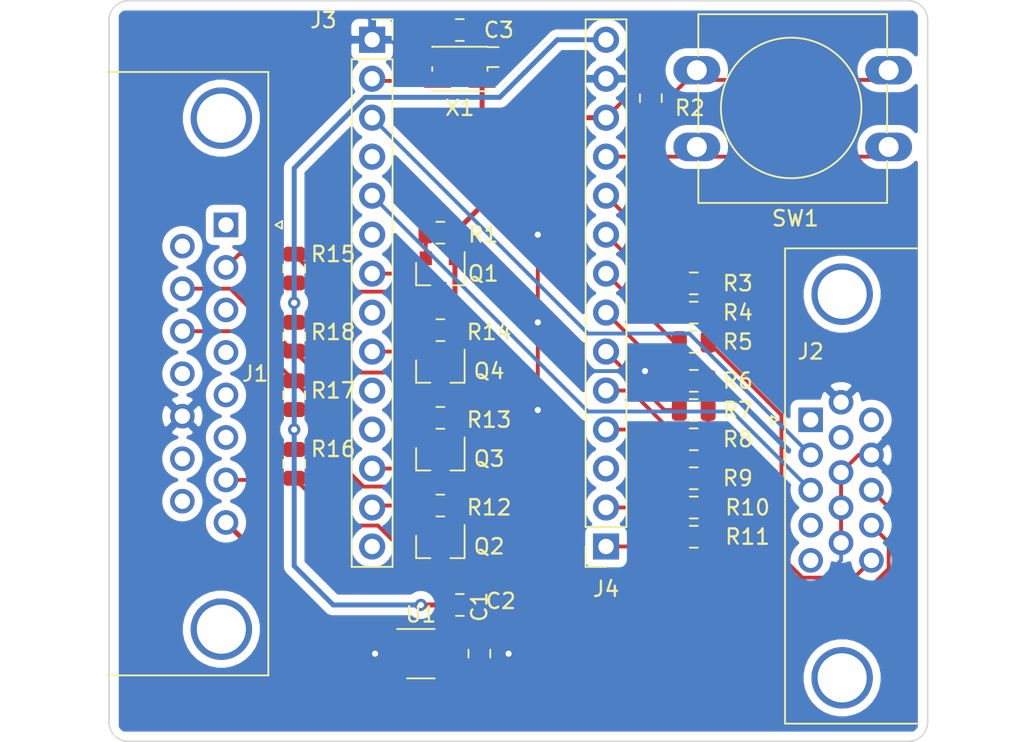
<source format=kicad_pcb>
(kicad_pcb (version 20171130) (host pcbnew "(5.1.6)-1")

  (general
    (thickness 1.6)
    (drawings 8)
    (tracks 179)
    (zones 0)
    (modules 32)
    (nets 51)
  )

  (page A4)
  (layers
    (0 F.Cu signal)
    (31 B.Cu signal)
    (32 B.Adhes user)
    (33 F.Adhes user)
    (34 B.Paste user)
    (35 F.Paste user)
    (36 B.SilkS user)
    (37 F.SilkS user)
    (38 B.Mask user)
    (39 F.Mask user)
    (40 Dwgs.User user)
    (41 Cmts.User user)
    (42 Eco1.User user)
    (43 Eco2.User user)
    (44 Edge.Cuts user)
    (45 Margin user)
    (46 B.CrtYd user)
    (47 F.CrtYd user)
    (48 B.Fab user hide)
    (49 F.Fab user hide)
  )

  (setup
    (last_trace_width 0.325)
    (user_trace_width 0.2)
    (user_trace_width 0.25)
    (user_trace_width 0.325)
    (user_trace_width 0.5)
    (user_trace_width 1)
    (trace_clearance 0.2)
    (zone_clearance 0.508)
    (zone_45_only no)
    (trace_min 0.2)
    (via_size 0.8)
    (via_drill 0.4)
    (via_min_size 0.4)
    (via_min_drill 0.3)
    (uvia_size 0.3)
    (uvia_drill 0.1)
    (uvias_allowed no)
    (uvia_min_size 0.2)
    (uvia_min_drill 0.1)
    (edge_width 0.1)
    (segment_width 0.2)
    (pcb_text_width 0.3)
    (pcb_text_size 1.5 1.5)
    (mod_edge_width 0.15)
    (mod_text_size 1 1)
    (mod_text_width 0.15)
    (pad_size 1.524 1.524)
    (pad_drill 0.762)
    (pad_to_mask_clearance 0)
    (aux_axis_origin 0 0)
    (visible_elements 7FFFFFFF)
    (pcbplotparams
      (layerselection 0x010fc_ffffffff)
      (usegerberextensions false)
      (usegerberattributes true)
      (usegerberadvancedattributes true)
      (creategerberjobfile true)
      (excludeedgelayer true)
      (linewidth 0.100000)
      (plotframeref false)
      (viasonmask false)
      (mode 1)
      (useauxorigin false)
      (hpglpennumber 1)
      (hpglpenspeed 20)
      (hpglpendiameter 15.000000)
      (psnegative false)
      (psa4output false)
      (plotreference true)
      (plotvalue true)
      (plotinvisibletext false)
      (padsonsilk false)
      (subtractmaskfromsilk false)
      (outputformat 1)
      (mirror false)
      (drillshape 1)
      (scaleselection 1)
      (outputdirectory ""))
  )

  (net 0 "")
  (net 1 "Net-(C1-Pad1)")
  (net 2 GND)
  (net 3 +5V)
  (net 4 +3V3)
  (net 5 "Net-(J1-Pad1)")
  (net 6 a2_clock)
  (net 7 "Net-(J1-Pad3)")
  (net 8 "Net-(J1-Pad4)")
  (net 9 "Net-(J1-Pad5)")
  (net 10 "Net-(J1-Pad6)")
  (net 11 a2_blank)
  (net 12 +12V)
  (net 13 "Net-(J1-Pad9)")
  (net 14 a2_GR)
  (net 15 a2_serout)
  (net 16 "Net-(J1-Pad12)")
  (net 17 "Net-(J1-Pad14)")
  (net 18 "Net-(J1-Pad15)")
  (net 19 "Net-(J2-Pad1)")
  (net 20 VSync)
  (net 21 HSync)
  (net 22 "Net-(J2-Pad4)")
  (net 23 "Net-(J2-Pad5)")
  (net 24 "Net-(J2-Pad7)")
  (net 25 "Net-(J2-Pad11)")
  (net 26 Blue)
  (net 27 Green)
  (net 28 Red)
  (net 29 "Net-(J3-Pad14)")
  (net 30 blank)
  (net 31 serout)
  (net 32 "Net-(J3-Pad11)")
  (net 33 "Net-(J3-Pad10)")
  (net 34 GR)
  (net 35 "Net-(J3-Pad8)")
  (net 36 clock)
  (net 37 "Net-(J3-Pad6)")
  (net 38 "Net-(J3-Pad4)")
  (net 39 VGA_clock)
  (net 40 Blue_0)
  (net 41 Blue_1)
  (net 42 "Net-(J4-Pad3)")
  (net 43 Blue_2)
  (net 44 Green_0)
  (net 45 Green_1)
  (net 46 Green_2)
  (net 47 Red_0)
  (net 48 Red_1)
  (net 49 Red_2)
  (net 50 render_mode)

  (net_class Default "This is the default net class."
    (clearance 0.2)
    (trace_width 0.25)
    (via_dia 0.8)
    (via_drill 0.4)
    (uvia_dia 0.3)
    (uvia_drill 0.1)
    (add_net +12V)
    (add_net +3V3)
    (add_net +5V)
    (add_net Blue)
    (add_net Blue_0)
    (add_net Blue_1)
    (add_net Blue_2)
    (add_net GND)
    (add_net GR)
    (add_net Green)
    (add_net Green_0)
    (add_net Green_1)
    (add_net Green_2)
    (add_net HSync)
    (add_net "Net-(C1-Pad1)")
    (add_net "Net-(J1-Pad1)")
    (add_net "Net-(J1-Pad12)")
    (add_net "Net-(J1-Pad14)")
    (add_net "Net-(J1-Pad15)")
    (add_net "Net-(J1-Pad3)")
    (add_net "Net-(J1-Pad4)")
    (add_net "Net-(J1-Pad5)")
    (add_net "Net-(J1-Pad6)")
    (add_net "Net-(J1-Pad9)")
    (add_net "Net-(J2-Pad1)")
    (add_net "Net-(J2-Pad11)")
    (add_net "Net-(J2-Pad4)")
    (add_net "Net-(J2-Pad5)")
    (add_net "Net-(J2-Pad7)")
    (add_net "Net-(J3-Pad10)")
    (add_net "Net-(J3-Pad11)")
    (add_net "Net-(J3-Pad14)")
    (add_net "Net-(J3-Pad4)")
    (add_net "Net-(J3-Pad6)")
    (add_net "Net-(J3-Pad8)")
    (add_net "Net-(J4-Pad3)")
    (add_net Red)
    (add_net Red_0)
    (add_net Red_1)
    (add_net Red_2)
    (add_net VGA_clock)
    (add_net VSync)
    (add_net a2_GR)
    (add_net a2_blank)
    (add_net a2_clock)
    (add_net a2_serout)
    (add_net blank)
    (add_net clock)
    (add_net render_mode)
    (add_net serout)
  )

  (module Resistor_SMD:R_0805_2012Metric (layer F.Cu) (tedit 5B36C52B) (tstamp 5EEEB183)
    (at 104.775 95.5525 270)
    (descr "Resistor SMD 0805 (2012 Metric), square (rectangular) end terminal, IPC_7351 nominal, (Body size source: https://docs.google.com/spreadsheets/d/1BsfQQcO9C6DZCsRaXUlFlo91Tg2WpOkGARC1WS5S8t0/edit?usp=sharing), generated with kicad-footprint-generator")
    (tags resistor)
    (path /5EF96F1A)
    (attr smd)
    (fp_text reference R18 (at -0.3025 -2.54 180) (layer F.SilkS)
      (effects (font (size 1 1) (thickness 0.15)))
    )
    (fp_text value 10k (at 0 1.65 90) (layer F.Fab)
      (effects (font (size 1 1) (thickness 0.15)))
    )
    (fp_text user %R (at 0 0 90) (layer F.Fab)
      (effects (font (size 0.5 0.5) (thickness 0.08)))
    )
    (fp_line (start -1 0.6) (end -1 -0.6) (layer F.Fab) (width 0.1))
    (fp_line (start -1 -0.6) (end 1 -0.6) (layer F.Fab) (width 0.1))
    (fp_line (start 1 -0.6) (end 1 0.6) (layer F.Fab) (width 0.1))
    (fp_line (start 1 0.6) (end -1 0.6) (layer F.Fab) (width 0.1))
    (fp_line (start -0.258578 -0.71) (end 0.258578 -0.71) (layer F.SilkS) (width 0.12))
    (fp_line (start -0.258578 0.71) (end 0.258578 0.71) (layer F.SilkS) (width 0.12))
    (fp_line (start -1.68 0.95) (end -1.68 -0.95) (layer F.CrtYd) (width 0.05))
    (fp_line (start -1.68 -0.95) (end 1.68 -0.95) (layer F.CrtYd) (width 0.05))
    (fp_line (start 1.68 -0.95) (end 1.68 0.95) (layer F.CrtYd) (width 0.05))
    (fp_line (start 1.68 0.95) (end -1.68 0.95) (layer F.CrtYd) (width 0.05))
    (pad 2 smd roundrect (at 0.9375 0 270) (size 0.975 1.4) (layers F.Cu F.Paste F.Mask) (roundrect_rratio 0.25)
      (net 14 a2_GR))
    (pad 1 smd roundrect (at -0.9375 0 270) (size 0.975 1.4) (layers F.Cu F.Paste F.Mask) (roundrect_rratio 0.25)
      (net 3 +5V))
    (model ${KISYS3DMOD}/Resistor_SMD.3dshapes/R_0805_2012Metric.wrl
      (at (xyz 0 0 0))
      (scale (xyz 1 1 1))
      (rotate (xyz 0 0 0))
    )
  )

  (module Resistor_SMD:R_0805_2012Metric (layer F.Cu) (tedit 5B36C52B) (tstamp 5EEEB172)
    (at 104.775 99.3625 90)
    (descr "Resistor SMD 0805 (2012 Metric), square (rectangular) end terminal, IPC_7351 nominal, (Body size source: https://docs.google.com/spreadsheets/d/1BsfQQcO9C6DZCsRaXUlFlo91Tg2WpOkGARC1WS5S8t0/edit?usp=sharing), generated with kicad-footprint-generator")
    (tags resistor)
    (path /5F039C2C)
    (attr smd)
    (fp_text reference R17 (at 0.3025 2.54 180) (layer F.SilkS)
      (effects (font (size 1 1) (thickness 0.15)))
    )
    (fp_text value 10k (at 0 1.65 90) (layer F.Fab)
      (effects (font (size 1 1) (thickness 0.15)))
    )
    (fp_text user %R (at 0 0 90) (layer F.Fab)
      (effects (font (size 0.5 0.5) (thickness 0.08)))
    )
    (fp_line (start -1 0.6) (end -1 -0.6) (layer F.Fab) (width 0.1))
    (fp_line (start -1 -0.6) (end 1 -0.6) (layer F.Fab) (width 0.1))
    (fp_line (start 1 -0.6) (end 1 0.6) (layer F.Fab) (width 0.1))
    (fp_line (start 1 0.6) (end -1 0.6) (layer F.Fab) (width 0.1))
    (fp_line (start -0.258578 -0.71) (end 0.258578 -0.71) (layer F.SilkS) (width 0.12))
    (fp_line (start -0.258578 0.71) (end 0.258578 0.71) (layer F.SilkS) (width 0.12))
    (fp_line (start -1.68 0.95) (end -1.68 -0.95) (layer F.CrtYd) (width 0.05))
    (fp_line (start -1.68 -0.95) (end 1.68 -0.95) (layer F.CrtYd) (width 0.05))
    (fp_line (start 1.68 -0.95) (end 1.68 0.95) (layer F.CrtYd) (width 0.05))
    (fp_line (start 1.68 0.95) (end -1.68 0.95) (layer F.CrtYd) (width 0.05))
    (pad 2 smd roundrect (at 0.9375 0 90) (size 0.975 1.4) (layers F.Cu F.Paste F.Mask) (roundrect_rratio 0.25)
      (net 15 a2_serout))
    (pad 1 smd roundrect (at -0.9375 0 90) (size 0.975 1.4) (layers F.Cu F.Paste F.Mask) (roundrect_rratio 0.25)
      (net 3 +5V))
    (model ${KISYS3DMOD}/Resistor_SMD.3dshapes/R_0805_2012Metric.wrl
      (at (xyz 0 0 0))
      (scale (xyz 1 1 1))
      (rotate (xyz 0 0 0))
    )
  )

  (module Resistor_SMD:R_0805_2012Metric (layer F.Cu) (tedit 5B36C52B) (tstamp 5EEEB161)
    (at 104.775 103.8375 270)
    (descr "Resistor SMD 0805 (2012 Metric), square (rectangular) end terminal, IPC_7351 nominal, (Body size source: https://docs.google.com/spreadsheets/d/1BsfQQcO9C6DZCsRaXUlFlo91Tg2WpOkGARC1WS5S8t0/edit?usp=sharing), generated with kicad-footprint-generator")
    (tags resistor)
    (path /5F040E2C)
    (attr smd)
    (fp_text reference R16 (at -0.9675 -2.54 180) (layer F.SilkS)
      (effects (font (size 1 1) (thickness 0.15)))
    )
    (fp_text value 10k (at 0 1.65 90) (layer F.Fab)
      (effects (font (size 1 1) (thickness 0.15)))
    )
    (fp_text user %R (at 0 0 90) (layer F.Fab)
      (effects (font (size 0.5 0.5) (thickness 0.08)))
    )
    (fp_line (start -1 0.6) (end -1 -0.6) (layer F.Fab) (width 0.1))
    (fp_line (start -1 -0.6) (end 1 -0.6) (layer F.Fab) (width 0.1))
    (fp_line (start 1 -0.6) (end 1 0.6) (layer F.Fab) (width 0.1))
    (fp_line (start 1 0.6) (end -1 0.6) (layer F.Fab) (width 0.1))
    (fp_line (start -0.258578 -0.71) (end 0.258578 -0.71) (layer F.SilkS) (width 0.12))
    (fp_line (start -0.258578 0.71) (end 0.258578 0.71) (layer F.SilkS) (width 0.12))
    (fp_line (start -1.68 0.95) (end -1.68 -0.95) (layer F.CrtYd) (width 0.05))
    (fp_line (start -1.68 -0.95) (end 1.68 -0.95) (layer F.CrtYd) (width 0.05))
    (fp_line (start 1.68 -0.95) (end 1.68 0.95) (layer F.CrtYd) (width 0.05))
    (fp_line (start 1.68 0.95) (end -1.68 0.95) (layer F.CrtYd) (width 0.05))
    (pad 2 smd roundrect (at 0.9375 0 270) (size 0.975 1.4) (layers F.Cu F.Paste F.Mask) (roundrect_rratio 0.25)
      (net 11 a2_blank))
    (pad 1 smd roundrect (at -0.9375 0 270) (size 0.975 1.4) (layers F.Cu F.Paste F.Mask) (roundrect_rratio 0.25)
      (net 3 +5V))
    (model ${KISYS3DMOD}/Resistor_SMD.3dshapes/R_0805_2012Metric.wrl
      (at (xyz 0 0 0))
      (scale (xyz 1 1 1))
      (rotate (xyz 0 0 0))
    )
  )

  (module Resistor_SMD:R_0805_2012Metric (layer F.Cu) (tedit 5B36C52B) (tstamp 5EEEB150)
    (at 104.775 91.1075 90)
    (descr "Resistor SMD 0805 (2012 Metric), square (rectangular) end terminal, IPC_7351 nominal, (Body size source: https://docs.google.com/spreadsheets/d/1BsfQQcO9C6DZCsRaXUlFlo91Tg2WpOkGARC1WS5S8t0/edit?usp=sharing), generated with kicad-footprint-generator")
    (tags resistor)
    (path /5F040E57)
    (attr smd)
    (fp_text reference R15 (at 0.9375 2.54 180) (layer F.SilkS)
      (effects (font (size 1 1) (thickness 0.15)))
    )
    (fp_text value 10k (at 0 1.65 90) (layer F.Fab)
      (effects (font (size 1 1) (thickness 0.15)))
    )
    (fp_text user %R (at 0 0 90) (layer F.Fab)
      (effects (font (size 0.5 0.5) (thickness 0.08)))
    )
    (fp_line (start -1 0.6) (end -1 -0.6) (layer F.Fab) (width 0.1))
    (fp_line (start -1 -0.6) (end 1 -0.6) (layer F.Fab) (width 0.1))
    (fp_line (start 1 -0.6) (end 1 0.6) (layer F.Fab) (width 0.1))
    (fp_line (start 1 0.6) (end -1 0.6) (layer F.Fab) (width 0.1))
    (fp_line (start -0.258578 -0.71) (end 0.258578 -0.71) (layer F.SilkS) (width 0.12))
    (fp_line (start -0.258578 0.71) (end 0.258578 0.71) (layer F.SilkS) (width 0.12))
    (fp_line (start -1.68 0.95) (end -1.68 -0.95) (layer F.CrtYd) (width 0.05))
    (fp_line (start -1.68 -0.95) (end 1.68 -0.95) (layer F.CrtYd) (width 0.05))
    (fp_line (start 1.68 -0.95) (end 1.68 0.95) (layer F.CrtYd) (width 0.05))
    (fp_line (start 1.68 0.95) (end -1.68 0.95) (layer F.CrtYd) (width 0.05))
    (pad 2 smd roundrect (at 0.9375 0 90) (size 0.975 1.4) (layers F.Cu F.Paste F.Mask) (roundrect_rratio 0.25)
      (net 6 a2_clock))
    (pad 1 smd roundrect (at -0.9375 0 90) (size 0.975 1.4) (layers F.Cu F.Paste F.Mask) (roundrect_rratio 0.25)
      (net 3 +5V))
    (model ${KISYS3DMOD}/Resistor_SMD.3dshapes/R_0805_2012Metric.wrl
      (at (xyz 0 0 0))
      (scale (xyz 1 1 1))
      (rotate (xyz 0 0 0))
    )
  )

  (module Resistor_SMD:R_0805_2012Metric (layer F.Cu) (tedit 5B36C52B) (tstamp 5EEEB13F)
    (at 114.3 95.123)
    (descr "Resistor SMD 0805 (2012 Metric), square (rectangular) end terminal, IPC_7351 nominal, (Body size source: https://docs.google.com/spreadsheets/d/1BsfQQcO9C6DZCsRaXUlFlo91Tg2WpOkGARC1WS5S8t0/edit?usp=sharing), generated with kicad-footprint-generator")
    (tags resistor)
    (path /5EF96F10)
    (attr smd)
    (fp_text reference R14 (at 3.175 0.127) (layer F.SilkS)
      (effects (font (size 1 1) (thickness 0.15)))
    )
    (fp_text value 10k (at 0 1.65) (layer F.Fab)
      (effects (font (size 1 1) (thickness 0.15)))
    )
    (fp_text user %R (at 0 0) (layer F.Fab)
      (effects (font (size 0.5 0.5) (thickness 0.08)))
    )
    (fp_line (start -1 0.6) (end -1 -0.6) (layer F.Fab) (width 0.1))
    (fp_line (start -1 -0.6) (end 1 -0.6) (layer F.Fab) (width 0.1))
    (fp_line (start 1 -0.6) (end 1 0.6) (layer F.Fab) (width 0.1))
    (fp_line (start 1 0.6) (end -1 0.6) (layer F.Fab) (width 0.1))
    (fp_line (start -0.258578 -0.71) (end 0.258578 -0.71) (layer F.SilkS) (width 0.12))
    (fp_line (start -0.258578 0.71) (end 0.258578 0.71) (layer F.SilkS) (width 0.12))
    (fp_line (start -1.68 0.95) (end -1.68 -0.95) (layer F.CrtYd) (width 0.05))
    (fp_line (start -1.68 -0.95) (end 1.68 -0.95) (layer F.CrtYd) (width 0.05))
    (fp_line (start 1.68 -0.95) (end 1.68 0.95) (layer F.CrtYd) (width 0.05))
    (fp_line (start 1.68 0.95) (end -1.68 0.95) (layer F.CrtYd) (width 0.05))
    (pad 2 smd roundrect (at 0.9375 0) (size 0.975 1.4) (layers F.Cu F.Paste F.Mask) (roundrect_rratio 0.25)
      (net 4 +3V3))
    (pad 1 smd roundrect (at -0.9375 0) (size 0.975 1.4) (layers F.Cu F.Paste F.Mask) (roundrect_rratio 0.25)
      (net 34 GR))
    (model ${KISYS3DMOD}/Resistor_SMD.3dshapes/R_0805_2012Metric.wrl
      (at (xyz 0 0 0))
      (scale (xyz 1 1 1))
      (rotate (xyz 0 0 0))
    )
  )

  (module Resistor_SMD:R_0805_2012Metric (layer F.Cu) (tedit 5B36C52B) (tstamp 5EEEB12E)
    (at 114.3 100.838)
    (descr "Resistor SMD 0805 (2012 Metric), square (rectangular) end terminal, IPC_7351 nominal, (Body size source: https://docs.google.com/spreadsheets/d/1BsfQQcO9C6DZCsRaXUlFlo91Tg2WpOkGARC1WS5S8t0/edit?usp=sharing), generated with kicad-footprint-generator")
    (tags resistor)
    (path /5F039C22)
    (attr smd)
    (fp_text reference R13 (at 3.175 0.127) (layer F.SilkS)
      (effects (font (size 1 1) (thickness 0.15)))
    )
    (fp_text value 10k (at 0 1.65) (layer F.Fab)
      (effects (font (size 1 1) (thickness 0.15)))
    )
    (fp_text user %R (at 0 0) (layer F.Fab)
      (effects (font (size 0.5 0.5) (thickness 0.08)))
    )
    (fp_line (start -1 0.6) (end -1 -0.6) (layer F.Fab) (width 0.1))
    (fp_line (start -1 -0.6) (end 1 -0.6) (layer F.Fab) (width 0.1))
    (fp_line (start 1 -0.6) (end 1 0.6) (layer F.Fab) (width 0.1))
    (fp_line (start 1 0.6) (end -1 0.6) (layer F.Fab) (width 0.1))
    (fp_line (start -0.258578 -0.71) (end 0.258578 -0.71) (layer F.SilkS) (width 0.12))
    (fp_line (start -0.258578 0.71) (end 0.258578 0.71) (layer F.SilkS) (width 0.12))
    (fp_line (start -1.68 0.95) (end -1.68 -0.95) (layer F.CrtYd) (width 0.05))
    (fp_line (start -1.68 -0.95) (end 1.68 -0.95) (layer F.CrtYd) (width 0.05))
    (fp_line (start 1.68 -0.95) (end 1.68 0.95) (layer F.CrtYd) (width 0.05))
    (fp_line (start 1.68 0.95) (end -1.68 0.95) (layer F.CrtYd) (width 0.05))
    (pad 2 smd roundrect (at 0.9375 0) (size 0.975 1.4) (layers F.Cu F.Paste F.Mask) (roundrect_rratio 0.25)
      (net 4 +3V3))
    (pad 1 smd roundrect (at -0.9375 0) (size 0.975 1.4) (layers F.Cu F.Paste F.Mask) (roundrect_rratio 0.25)
      (net 31 serout))
    (model ${KISYS3DMOD}/Resistor_SMD.3dshapes/R_0805_2012Metric.wrl
      (at (xyz 0 0 0))
      (scale (xyz 1 1 1))
      (rotate (xyz 0 0 0))
    )
  )

  (module Resistor_SMD:R_0805_2012Metric (layer F.Cu) (tedit 5B36C52B) (tstamp 5EEEB11D)
    (at 114.3 106.553)
    (descr "Resistor SMD 0805 (2012 Metric), square (rectangular) end terminal, IPC_7351 nominal, (Body size source: https://docs.google.com/spreadsheets/d/1BsfQQcO9C6DZCsRaXUlFlo91Tg2WpOkGARC1WS5S8t0/edit?usp=sharing), generated with kicad-footprint-generator")
    (tags resistor)
    (path /5F040E22)
    (attr smd)
    (fp_text reference R12 (at 3.175 0.127) (layer F.SilkS)
      (effects (font (size 1 1) (thickness 0.15)))
    )
    (fp_text value 10k (at 0 1.65) (layer F.Fab)
      (effects (font (size 1 1) (thickness 0.15)))
    )
    (fp_text user %R (at 0 0) (layer F.Fab)
      (effects (font (size 0.5 0.5) (thickness 0.08)))
    )
    (fp_line (start -1 0.6) (end -1 -0.6) (layer F.Fab) (width 0.1))
    (fp_line (start -1 -0.6) (end 1 -0.6) (layer F.Fab) (width 0.1))
    (fp_line (start 1 -0.6) (end 1 0.6) (layer F.Fab) (width 0.1))
    (fp_line (start 1 0.6) (end -1 0.6) (layer F.Fab) (width 0.1))
    (fp_line (start -0.258578 -0.71) (end 0.258578 -0.71) (layer F.SilkS) (width 0.12))
    (fp_line (start -0.258578 0.71) (end 0.258578 0.71) (layer F.SilkS) (width 0.12))
    (fp_line (start -1.68 0.95) (end -1.68 -0.95) (layer F.CrtYd) (width 0.05))
    (fp_line (start -1.68 -0.95) (end 1.68 -0.95) (layer F.CrtYd) (width 0.05))
    (fp_line (start 1.68 -0.95) (end 1.68 0.95) (layer F.CrtYd) (width 0.05))
    (fp_line (start 1.68 0.95) (end -1.68 0.95) (layer F.CrtYd) (width 0.05))
    (pad 2 smd roundrect (at 0.9375 0) (size 0.975 1.4) (layers F.Cu F.Paste F.Mask) (roundrect_rratio 0.25)
      (net 4 +3V3))
    (pad 1 smd roundrect (at -0.9375 0) (size 0.975 1.4) (layers F.Cu F.Paste F.Mask) (roundrect_rratio 0.25)
      (net 30 blank))
    (model ${KISYS3DMOD}/Resistor_SMD.3dshapes/R_0805_2012Metric.wrl
      (at (xyz 0 0 0))
      (scale (xyz 1 1 1))
      (rotate (xyz 0 0 0))
    )
  )

  (module Resistor_SMD:R_0805_2012Metric (layer F.Cu) (tedit 5B36C52B) (tstamp 5EEEAFCC)
    (at 114.3 88.773)
    (descr "Resistor SMD 0805 (2012 Metric), square (rectangular) end terminal, IPC_7351 nominal, (Body size source: https://docs.google.com/spreadsheets/d/1BsfQQcO9C6DZCsRaXUlFlo91Tg2WpOkGARC1WS5S8t0/edit?usp=sharing), generated with kicad-footprint-generator")
    (tags resistor)
    (path /5F040E4D)
    (attr smd)
    (fp_text reference R1 (at 2.794 0.127) (layer F.SilkS)
      (effects (font (size 1 1) (thickness 0.15)))
    )
    (fp_text value 10k (at 0 1.65) (layer F.Fab)
      (effects (font (size 1 1) (thickness 0.15)))
    )
    (fp_text user %R (at 0 0) (layer F.Fab)
      (effects (font (size 0.5 0.5) (thickness 0.08)))
    )
    (fp_line (start -1 0.6) (end -1 -0.6) (layer F.Fab) (width 0.1))
    (fp_line (start -1 -0.6) (end 1 -0.6) (layer F.Fab) (width 0.1))
    (fp_line (start 1 -0.6) (end 1 0.6) (layer F.Fab) (width 0.1))
    (fp_line (start 1 0.6) (end -1 0.6) (layer F.Fab) (width 0.1))
    (fp_line (start -0.258578 -0.71) (end 0.258578 -0.71) (layer F.SilkS) (width 0.12))
    (fp_line (start -0.258578 0.71) (end 0.258578 0.71) (layer F.SilkS) (width 0.12))
    (fp_line (start -1.68 0.95) (end -1.68 -0.95) (layer F.CrtYd) (width 0.05))
    (fp_line (start -1.68 -0.95) (end 1.68 -0.95) (layer F.CrtYd) (width 0.05))
    (fp_line (start 1.68 -0.95) (end 1.68 0.95) (layer F.CrtYd) (width 0.05))
    (fp_line (start 1.68 0.95) (end -1.68 0.95) (layer F.CrtYd) (width 0.05))
    (pad 2 smd roundrect (at 0.9375 0) (size 0.975 1.4) (layers F.Cu F.Paste F.Mask) (roundrect_rratio 0.25)
      (net 4 +3V3))
    (pad 1 smd roundrect (at -0.9375 0) (size 0.975 1.4) (layers F.Cu F.Paste F.Mask) (roundrect_rratio 0.25)
      (net 36 clock))
    (model ${KISYS3DMOD}/Resistor_SMD.3dshapes/R_0805_2012Metric.wrl
      (at (xyz 0 0 0))
      (scale (xyz 1 1 1))
      (rotate (xyz 0 0 0))
    )
  )

  (module Package_TO_SOT_SMD:SOT-23 (layer F.Cu) (tedit 5A02FF57) (tstamp 5EEEAFBB)
    (at 114.3 97.79 270)
    (descr "SOT-23, Standard")
    (tags SOT-23)
    (path /5EF96F06)
    (attr smd)
    (fp_text reference Q4 (at 0 -3.175 180) (layer F.SilkS)
      (effects (font (size 1 1) (thickness 0.15)))
    )
    (fp_text value BSS138 (at 0 2.5 90) (layer F.Fab)
      (effects (font (size 1 1) (thickness 0.15)))
    )
    (fp_text user %R (at 0 0) (layer F.Fab)
      (effects (font (size 0.5 0.5) (thickness 0.075)))
    )
    (fp_line (start -0.7 -0.95) (end -0.7 1.5) (layer F.Fab) (width 0.1))
    (fp_line (start -0.15 -1.52) (end 0.7 -1.52) (layer F.Fab) (width 0.1))
    (fp_line (start -0.7 -0.95) (end -0.15 -1.52) (layer F.Fab) (width 0.1))
    (fp_line (start 0.7 -1.52) (end 0.7 1.52) (layer F.Fab) (width 0.1))
    (fp_line (start -0.7 1.52) (end 0.7 1.52) (layer F.Fab) (width 0.1))
    (fp_line (start 0.76 1.58) (end 0.76 0.65) (layer F.SilkS) (width 0.12))
    (fp_line (start 0.76 -1.58) (end 0.76 -0.65) (layer F.SilkS) (width 0.12))
    (fp_line (start -1.7 -1.75) (end 1.7 -1.75) (layer F.CrtYd) (width 0.05))
    (fp_line (start 1.7 -1.75) (end 1.7 1.75) (layer F.CrtYd) (width 0.05))
    (fp_line (start 1.7 1.75) (end -1.7 1.75) (layer F.CrtYd) (width 0.05))
    (fp_line (start -1.7 1.75) (end -1.7 -1.75) (layer F.CrtYd) (width 0.05))
    (fp_line (start 0.76 -1.58) (end -1.4 -1.58) (layer F.SilkS) (width 0.12))
    (fp_line (start 0.76 1.58) (end -0.7 1.58) (layer F.SilkS) (width 0.12))
    (pad 3 smd rect (at 1 0 270) (size 0.9 0.8) (layers F.Cu F.Paste F.Mask)
      (net 14 a2_GR))
    (pad 2 smd rect (at -1 0.95 270) (size 0.9 0.8) (layers F.Cu F.Paste F.Mask)
      (net 34 GR))
    (pad 1 smd rect (at -1 -0.95 270) (size 0.9 0.8) (layers F.Cu F.Paste F.Mask)
      (net 4 +3V3))
    (model ${KISYS3DMOD}/Package_TO_SOT_SMD.3dshapes/SOT-23.wrl
      (at (xyz 0 0 0))
      (scale (xyz 1 1 1))
      (rotate (xyz 0 0 0))
    )
  )

  (module Package_TO_SOT_SMD:SOT-23 (layer F.Cu) (tedit 5A02FF57) (tstamp 5EEEAFA6)
    (at 114.3 103.505 270)
    (descr "SOT-23, Standard")
    (tags SOT-23)
    (path /5F039C18)
    (attr smd)
    (fp_text reference Q3 (at 0 -3.175 180) (layer F.SilkS)
      (effects (font (size 1 1) (thickness 0.15)))
    )
    (fp_text value BSS138 (at 0 2.5 90) (layer F.Fab)
      (effects (font (size 1 1) (thickness 0.15)))
    )
    (fp_text user %R (at 0 0) (layer F.Fab)
      (effects (font (size 0.5 0.5) (thickness 0.075)))
    )
    (fp_line (start -0.7 -0.95) (end -0.7 1.5) (layer F.Fab) (width 0.1))
    (fp_line (start -0.15 -1.52) (end 0.7 -1.52) (layer F.Fab) (width 0.1))
    (fp_line (start -0.7 -0.95) (end -0.15 -1.52) (layer F.Fab) (width 0.1))
    (fp_line (start 0.7 -1.52) (end 0.7 1.52) (layer F.Fab) (width 0.1))
    (fp_line (start -0.7 1.52) (end 0.7 1.52) (layer F.Fab) (width 0.1))
    (fp_line (start 0.76 1.58) (end 0.76 0.65) (layer F.SilkS) (width 0.12))
    (fp_line (start 0.76 -1.58) (end 0.76 -0.65) (layer F.SilkS) (width 0.12))
    (fp_line (start -1.7 -1.75) (end 1.7 -1.75) (layer F.CrtYd) (width 0.05))
    (fp_line (start 1.7 -1.75) (end 1.7 1.75) (layer F.CrtYd) (width 0.05))
    (fp_line (start 1.7 1.75) (end -1.7 1.75) (layer F.CrtYd) (width 0.05))
    (fp_line (start -1.7 1.75) (end -1.7 -1.75) (layer F.CrtYd) (width 0.05))
    (fp_line (start 0.76 -1.58) (end -1.4 -1.58) (layer F.SilkS) (width 0.12))
    (fp_line (start 0.76 1.58) (end -0.7 1.58) (layer F.SilkS) (width 0.12))
    (pad 3 smd rect (at 1 0 270) (size 0.9 0.8) (layers F.Cu F.Paste F.Mask)
      (net 15 a2_serout))
    (pad 2 smd rect (at -1 0.95 270) (size 0.9 0.8) (layers F.Cu F.Paste F.Mask)
      (net 31 serout))
    (pad 1 smd rect (at -1 -0.95 270) (size 0.9 0.8) (layers F.Cu F.Paste F.Mask)
      (net 4 +3V3))
    (model ${KISYS3DMOD}/Package_TO_SOT_SMD.3dshapes/SOT-23.wrl
      (at (xyz 0 0 0))
      (scale (xyz 1 1 1))
      (rotate (xyz 0 0 0))
    )
  )

  (module Package_TO_SOT_SMD:SOT-23 (layer F.Cu) (tedit 5A02FF57) (tstamp 5EEEAF91)
    (at 114.3 109.22 270)
    (descr "SOT-23, Standard")
    (tags SOT-23)
    (path /5F040E18)
    (attr smd)
    (fp_text reference Q2 (at 0 -3.175 180) (layer F.SilkS)
      (effects (font (size 1 1) (thickness 0.15)))
    )
    (fp_text value BSS138 (at 0 2.5 90) (layer F.Fab)
      (effects (font (size 1 1) (thickness 0.15)))
    )
    (fp_text user %R (at 0 0) (layer F.Fab)
      (effects (font (size 0.5 0.5) (thickness 0.075)))
    )
    (fp_line (start -0.7 -0.95) (end -0.7 1.5) (layer F.Fab) (width 0.1))
    (fp_line (start -0.15 -1.52) (end 0.7 -1.52) (layer F.Fab) (width 0.1))
    (fp_line (start -0.7 -0.95) (end -0.15 -1.52) (layer F.Fab) (width 0.1))
    (fp_line (start 0.7 -1.52) (end 0.7 1.52) (layer F.Fab) (width 0.1))
    (fp_line (start -0.7 1.52) (end 0.7 1.52) (layer F.Fab) (width 0.1))
    (fp_line (start 0.76 1.58) (end 0.76 0.65) (layer F.SilkS) (width 0.12))
    (fp_line (start 0.76 -1.58) (end 0.76 -0.65) (layer F.SilkS) (width 0.12))
    (fp_line (start -1.7 -1.75) (end 1.7 -1.75) (layer F.CrtYd) (width 0.05))
    (fp_line (start 1.7 -1.75) (end 1.7 1.75) (layer F.CrtYd) (width 0.05))
    (fp_line (start 1.7 1.75) (end -1.7 1.75) (layer F.CrtYd) (width 0.05))
    (fp_line (start -1.7 1.75) (end -1.7 -1.75) (layer F.CrtYd) (width 0.05))
    (fp_line (start 0.76 -1.58) (end -1.4 -1.58) (layer F.SilkS) (width 0.12))
    (fp_line (start 0.76 1.58) (end -0.7 1.58) (layer F.SilkS) (width 0.12))
    (pad 3 smd rect (at 1 0 270) (size 0.9 0.8) (layers F.Cu F.Paste F.Mask)
      (net 11 a2_blank))
    (pad 2 smd rect (at -1 0.95 270) (size 0.9 0.8) (layers F.Cu F.Paste F.Mask)
      (net 30 blank))
    (pad 1 smd rect (at -1 -0.95 270) (size 0.9 0.8) (layers F.Cu F.Paste F.Mask)
      (net 4 +3V3))
    (model ${KISYS3DMOD}/Package_TO_SOT_SMD.3dshapes/SOT-23.wrl
      (at (xyz 0 0 0))
      (scale (xyz 1 1 1))
      (rotate (xyz 0 0 0))
    )
  )

  (module Package_TO_SOT_SMD:SOT-23 (layer F.Cu) (tedit 5A02FF57) (tstamp 5EEEAF7C)
    (at 114.3 91.44 270)
    (descr "SOT-23, Standard")
    (tags SOT-23)
    (path /5F040E43)
    (attr smd)
    (fp_text reference Q1 (at 0 -2.794 180) (layer F.SilkS)
      (effects (font (size 1 1) (thickness 0.15)))
    )
    (fp_text value BSS138 (at 0 2.5 90) (layer F.Fab)
      (effects (font (size 1 1) (thickness 0.15)))
    )
    (fp_text user %R (at 0 0) (layer F.Fab)
      (effects (font (size 0.5 0.5) (thickness 0.075)))
    )
    (fp_line (start -0.7 -0.95) (end -0.7 1.5) (layer F.Fab) (width 0.1))
    (fp_line (start -0.15 -1.52) (end 0.7 -1.52) (layer F.Fab) (width 0.1))
    (fp_line (start -0.7 -0.95) (end -0.15 -1.52) (layer F.Fab) (width 0.1))
    (fp_line (start 0.7 -1.52) (end 0.7 1.52) (layer F.Fab) (width 0.1))
    (fp_line (start -0.7 1.52) (end 0.7 1.52) (layer F.Fab) (width 0.1))
    (fp_line (start 0.76 1.58) (end 0.76 0.65) (layer F.SilkS) (width 0.12))
    (fp_line (start 0.76 -1.58) (end 0.76 -0.65) (layer F.SilkS) (width 0.12))
    (fp_line (start -1.7 -1.75) (end 1.7 -1.75) (layer F.CrtYd) (width 0.05))
    (fp_line (start 1.7 -1.75) (end 1.7 1.75) (layer F.CrtYd) (width 0.05))
    (fp_line (start 1.7 1.75) (end -1.7 1.75) (layer F.CrtYd) (width 0.05))
    (fp_line (start -1.7 1.75) (end -1.7 -1.75) (layer F.CrtYd) (width 0.05))
    (fp_line (start 0.76 -1.58) (end -1.4 -1.58) (layer F.SilkS) (width 0.12))
    (fp_line (start 0.76 1.58) (end -0.7 1.58) (layer F.SilkS) (width 0.12))
    (pad 3 smd rect (at 1 0 270) (size 0.9 0.8) (layers F.Cu F.Paste F.Mask)
      (net 6 a2_clock))
    (pad 2 smd rect (at -1 0.95 270) (size 0.9 0.8) (layers F.Cu F.Paste F.Mask)
      (net 36 clock))
    (pad 1 smd rect (at -1 -0.95 270) (size 0.9 0.8) (layers F.Cu F.Paste F.Mask)
      (net 4 +3V3))
    (model ${KISYS3DMOD}/Package_TO_SOT_SMD.3dshapes/SOT-23.wrl
      (at (xyz 0 0 0))
      (scale (xyz 1 1 1))
      (rotate (xyz 0 0 0))
    )
  )

  (module Connector_Dsub:DSUB-15_Male_Horizontal_P2.77x2.84mm_EdgePinOffset4.94mm_Housed_MountingHolesOffset7.48mm (layer F.Cu) (tedit 59FEDEE2) (tstamp 5EDCDC67)
    (at 100.33 88.265 270)
    (descr "15-pin D-Sub connector, horizontal/angled (90 deg), THT-mount, male, pitch 2.77x2.84mm, pin-PCB-offset 4.9399999999999995mm, distance of mounting holes 33.3mm, distance of mounting holes to PCB edge 7.4799999999999995mm, see https://disti-assets.s3.amazonaws.com/tonar/files/datasheets/16730.pdf")
    (tags "15-pin D-Sub connector horizontal angled 90deg THT male pitch 2.77x2.84mm pin-PCB-offset 4.9399999999999995mm mounting-holes-distance 33.3mm mounting-hole-offset 33.3mm")
    (path /5EDCB1B2)
    (fp_text reference J1 (at 9.695 -1.905 180) (layer F.SilkS)
      (effects (font (size 1 1) (thickness 0.15)))
    )
    (fp_text value DB15_Male (at 9.695 15.68 90) (layer F.Fab)
      (effects (font (size 1 1) (thickness 0.15)))
    )
    (fp_line (start 29.8 -3.25) (end -10.45 -3.25) (layer F.CrtYd) (width 0.05))
    (fp_line (start 29.8 14.7) (end 29.8 -3.25) (layer F.CrtYd) (width 0.05))
    (fp_line (start -10.45 14.7) (end 29.8 14.7) (layer F.CrtYd) (width 0.05))
    (fp_line (start -10.45 -3.25) (end -10.45 14.7) (layer F.CrtYd) (width 0.05))
    (fp_line (start 0 -3.221325) (end -0.25 -3.654338) (layer F.SilkS) (width 0.12))
    (fp_line (start 0.25 -3.654338) (end 0 -3.221325) (layer F.SilkS) (width 0.12))
    (fp_line (start -0.25 -3.654338) (end 0.25 -3.654338) (layer F.SilkS) (width 0.12))
    (fp_line (start 29.355 -2.76) (end 29.355 7.72) (layer F.SilkS) (width 0.12))
    (fp_line (start -9.965 -2.76) (end 29.355 -2.76) (layer F.SilkS) (width 0.12))
    (fp_line (start -9.965 7.72) (end -9.965 -2.76) (layer F.SilkS) (width 0.12))
    (fp_line (start 27.945 7.78) (end 27.945 0.3) (layer F.Fab) (width 0.1))
    (fp_line (start 24.745 7.78) (end 24.745 0.3) (layer F.Fab) (width 0.1))
    (fp_line (start -5.355 7.78) (end -5.355 0.3) (layer F.Fab) (width 0.1))
    (fp_line (start -8.555 7.78) (end -8.555 0.3) (layer F.Fab) (width 0.1))
    (fp_line (start 28.845 8.18) (end 23.845 8.18) (layer F.Fab) (width 0.1))
    (fp_line (start 28.845 13.18) (end 28.845 8.18) (layer F.Fab) (width 0.1))
    (fp_line (start 23.845 13.18) (end 28.845 13.18) (layer F.Fab) (width 0.1))
    (fp_line (start 23.845 8.18) (end 23.845 13.18) (layer F.Fab) (width 0.1))
    (fp_line (start -4.455 8.18) (end -9.455 8.18) (layer F.Fab) (width 0.1))
    (fp_line (start -4.455 13.18) (end -4.455 8.18) (layer F.Fab) (width 0.1))
    (fp_line (start -9.455 13.18) (end -4.455 13.18) (layer F.Fab) (width 0.1))
    (fp_line (start -9.455 8.18) (end -9.455 13.18) (layer F.Fab) (width 0.1))
    (fp_line (start 21.995 8.18) (end -2.605 8.18) (layer F.Fab) (width 0.1))
    (fp_line (start 21.995 14.18) (end 21.995 8.18) (layer F.Fab) (width 0.1))
    (fp_line (start -2.605 14.18) (end 21.995 14.18) (layer F.Fab) (width 0.1))
    (fp_line (start -2.605 8.18) (end -2.605 14.18) (layer F.Fab) (width 0.1))
    (fp_line (start 29.295 7.78) (end -9.905 7.78) (layer F.Fab) (width 0.1))
    (fp_line (start 29.295 8.18) (end 29.295 7.78) (layer F.Fab) (width 0.1))
    (fp_line (start -9.905 8.18) (end 29.295 8.18) (layer F.Fab) (width 0.1))
    (fp_line (start -9.905 7.78) (end -9.905 8.18) (layer F.Fab) (width 0.1))
    (fp_line (start 29.295 -2.7) (end -9.905 -2.7) (layer F.Fab) (width 0.1))
    (fp_line (start 29.295 7.78) (end 29.295 -2.7) (layer F.Fab) (width 0.1))
    (fp_line (start -9.905 7.78) (end 29.295 7.78) (layer F.Fab) (width 0.1))
    (fp_line (start -9.905 -2.7) (end -9.905 7.78) (layer F.Fab) (width 0.1))
    (fp_arc (start -6.955 0.3) (end -8.555 0.3) (angle 180) (layer F.Fab) (width 0.1))
    (fp_arc (start 26.345 0.3) (end 24.745 0.3) (angle 180) (layer F.Fab) (width 0.1))
    (fp_text user %R (at 9.695 11.18 90) (layer F.Fab)
      (effects (font (size 1 1) (thickness 0.15)))
    )
    (pad 1 thru_hole rect (at 0 0 270) (size 1.6 1.6) (drill 1) (layers *.Cu *.Mask)
      (net 5 "Net-(J1-Pad1)"))
    (pad 2 thru_hole circle (at 2.77 0 270) (size 1.6 1.6) (drill 1) (layers *.Cu *.Mask)
      (net 6 a2_clock))
    (pad 3 thru_hole circle (at 5.54 0 270) (size 1.6 1.6) (drill 1) (layers *.Cu *.Mask)
      (net 7 "Net-(J1-Pad3)"))
    (pad 4 thru_hole circle (at 8.31 0 270) (size 1.6 1.6) (drill 1) (layers *.Cu *.Mask)
      (net 8 "Net-(J1-Pad4)"))
    (pad 5 thru_hole circle (at 11.08 0 270) (size 1.6 1.6) (drill 1) (layers *.Cu *.Mask)
      (net 9 "Net-(J1-Pad5)"))
    (pad 6 thru_hole circle (at 13.85 0 270) (size 1.6 1.6) (drill 1) (layers *.Cu *.Mask)
      (net 10 "Net-(J1-Pad6)"))
    (pad 7 thru_hole circle (at 16.62 0 270) (size 1.6 1.6) (drill 1) (layers *.Cu *.Mask)
      (net 11 a2_blank))
    (pad 8 thru_hole circle (at 19.39 0 270) (size 1.6 1.6) (drill 1) (layers *.Cu *.Mask)
      (net 12 +12V))
    (pad 9 thru_hole circle (at 1.385 2.84 270) (size 1.6 1.6) (drill 1) (layers *.Cu *.Mask)
      (net 13 "Net-(J1-Pad9)"))
    (pad 10 thru_hole circle (at 4.155 2.84 270) (size 1.6 1.6) (drill 1) (layers *.Cu *.Mask)
      (net 14 a2_GR))
    (pad 11 thru_hole circle (at 6.925 2.84 270) (size 1.6 1.6) (drill 1) (layers *.Cu *.Mask)
      (net 15 a2_serout))
    (pad 12 thru_hole circle (at 9.695 2.84 270) (size 1.6 1.6) (drill 1) (layers *.Cu *.Mask)
      (net 16 "Net-(J1-Pad12)"))
    (pad 13 thru_hole circle (at 12.465 2.84 270) (size 1.6 1.6) (drill 1) (layers *.Cu *.Mask)
      (net 2 GND))
    (pad 14 thru_hole circle (at 15.235 2.84 270) (size 1.6 1.6) (drill 1) (layers *.Cu *.Mask)
      (net 17 "Net-(J1-Pad14)"))
    (pad 15 thru_hole circle (at 18.005 2.84 270) (size 1.6 1.6) (drill 1) (layers *.Cu *.Mask)
      (net 18 "Net-(J1-Pad15)"))
    (pad 0 thru_hole circle (at -6.955 0.3 270) (size 4 4) (drill 3.2) (layers *.Cu *.Mask))
    (pad 0 thru_hole circle (at 26.345 0.3 270) (size 4 4) (drill 3.2) (layers *.Cu *.Mask))
    (model ${KISYS3DMOD}/Connector_Dsub.3dshapes/DSUB-15_Male_Horizontal_P2.77x2.84mm_EdgePinOffset4.94mm_Housed_MountingHolesOffset7.48mm.wrl
      (at (xyz 0 0 0))
      (scale (xyz 1 1 1))
      (rotate (xyz 0 0 0))
    )
  )

  (module Oscillator:Oscillator_SMD_EuroQuartz_XO32-4Pin_3.2x2.5mm_HandSoldering (layer F.Cu) (tedit 58CD3344) (tstamp 5EDCDE1A)
    (at 115.57 78.105 180)
    (descr "Miniature Crystal Clock Oscillator EuroQuartz XO32 series, http://cdn-reichelt.de/documents/datenblatt/B400/XO32.pdf, hand-soldering, 3.2x2.5mm^2 package")
    (tags "SMD SMT crystal oscillator hand-soldering")
    (path /5EEB984A)
    (attr smd)
    (fp_text reference X1 (at 0 -2.54) (layer F.SilkS)
      (effects (font (size 1 1) (thickness 0.15)))
    )
    (fp_text value IQXO-70 (at 0 4.1) (layer F.Fab)
      (effects (font (size 1 1) (thickness 0.15)))
    )
    (fp_line (start -1.5 -1.25) (end 1.5 -1.25) (layer F.Fab) (width 0.1))
    (fp_line (start 1.5 -1.25) (end 1.6 -1.15) (layer F.Fab) (width 0.1))
    (fp_line (start 1.6 -1.15) (end 1.6 1.15) (layer F.Fab) (width 0.1))
    (fp_line (start 1.6 1.15) (end 1.5 1.25) (layer F.Fab) (width 0.1))
    (fp_line (start 1.5 1.25) (end -1.5 1.25) (layer F.Fab) (width 0.1))
    (fp_line (start -1.5 1.25) (end -1.6 1.15) (layer F.Fab) (width 0.1))
    (fp_line (start -1.6 1.15) (end -1.6 -1.15) (layer F.Fab) (width 0.1))
    (fp_line (start -1.6 -1.15) (end -1.5 -1.25) (layer F.Fab) (width 0.1))
    (fp_line (start -1.6 0.25) (end -0.6 1.25) (layer F.Fab) (width 0.1))
    (fp_line (start -1.8 -1.425) (end -1.8 -1.45) (layer F.SilkS) (width 0.12))
    (fp_line (start -1.8 -1.45) (end 1.8 -1.45) (layer F.SilkS) (width 0.12))
    (fp_line (start 1.8 -1.45) (end 1.8 -1.425) (layer F.SilkS) (width 0.12))
    (fp_line (start -2.525 1.425) (end -1.8 1.425) (layer F.SilkS) (width 0.12))
    (fp_line (start -1.8 1.425) (end -1.8 1.45) (layer F.SilkS) (width 0.12))
    (fp_line (start -1.8 1.45) (end 1.8 1.45) (layer F.SilkS) (width 0.12))
    (fp_line (start 1.8 1.45) (end 1.8 1.425) (layer F.SilkS) (width 0.12))
    (fp_line (start -2.525 0.125) (end -1.8 0.125) (layer F.SilkS) (width 0.12))
    (fp_line (start -1.8 0.125) (end -1.8 -0.125) (layer F.SilkS) (width 0.12))
    (fp_line (start 1.8 -0.125) (end 1.8 0.125) (layer F.SilkS) (width 0.12))
    (fp_line (start -2.6 -1.5) (end -2.6 1.5) (layer F.CrtYd) (width 0.05))
    (fp_line (start -2.6 1.5) (end 2.6 1.5) (layer F.CrtYd) (width 0.05))
    (fp_line (start 2.6 1.5) (end 2.6 -1.5) (layer F.CrtYd) (width 0.05))
    (fp_line (start 2.6 -1.5) (end -2.6 -1.5) (layer F.CrtYd) (width 0.05))
    (fp_circle (center 0 0) (end 0.25 0) (layer F.Adhes) (width 0.1))
    (fp_circle (center 0 0) (end 0.208333 0) (layer F.Adhes) (width 0.083333))
    (fp_circle (center 0 0) (end 0.133333 0) (layer F.Adhes) (width 0.083333))
    (fp_circle (center 0 0) (end 0.058333 0) (layer F.Adhes) (width 0.116667))
    (fp_text user %R (at 0 0) (layer F.Fab)
      (effects (font (size 1 1) (thickness 0.15)))
    )
    (pad 4 smd rect (at -1.45 -0.775 180) (size 1.75 0.9) (layers F.Cu F.Paste F.Mask)
      (net 4 +3V3))
    (pad 3 smd rect (at 1.45 -0.775 180) (size 1.75 0.9) (layers F.Cu F.Paste F.Mask)
      (net 39 VGA_clock))
    (pad 2 smd rect (at 1.45 0.775 180) (size 1.75 0.9) (layers F.Cu F.Paste F.Mask)
      (net 2 GND))
    (pad 1 smd rect (at -1.45 0.775 180) (size 1.75 0.9) (layers F.Cu F.Paste F.Mask)
      (net 4 +3V3))
    (model ${KISYS3DMOD}/Oscillator.3dshapes/Oscillator_SMD_EuroQuartz_XO32-4Pin_3.2x2.5mm_HandSoldering.wrl
      (at (xyz 0 0 0))
      (scale (xyz 1 1 1))
      (rotate (xyz 0 0 0))
    )
  )

  (module Button_Switch_THT:SW_PUSH-12mm (layer F.Cu) (tedit 5D160D14) (tstamp 5EDCDDBA)
    (at 143.51 83.185 180)
    (descr "SW PUSH 12mm https://www.e-switch.com/system/asset/product_line/data_sheet/143/TL1100.pdf")
    (tags "tact sw push 12mm")
    (path /5EE94CCE)
    (fp_text reference SW1 (at 6.08 -4.66) (layer F.SilkS)
      (effects (font (size 1 1) (thickness 0.15)))
    )
    (fp_text value SW_Push_Dual (at 6.62 9.93) (layer F.Fab)
      (effects (font (size 1 1) (thickness 0.15)))
    )
    (fp_line (start 12.4 -3.65) (end 12.4 -0.93) (layer F.SilkS) (width 0.12))
    (fp_line (start 12.4 5.93) (end 12.4 8.65) (layer F.SilkS) (width 0.12))
    (fp_line (start 0.1 4.07) (end 0.1 0.93) (layer F.SilkS) (width 0.12))
    (fp_line (start 0.1 8.65) (end 0.1 5.93) (layer F.SilkS) (width 0.12))
    (fp_line (start 0.25 -3.5) (end 0.25 8.5) (layer F.Fab) (width 0.1))
    (fp_circle (center 6.35 2.54) (end 10.16 5.08) (layer F.SilkS) (width 0.12))
    (fp_line (start 14.25 8.75) (end -1.77 8.75) (layer F.CrtYd) (width 0.05))
    (fp_line (start 14.25 8.75) (end 14.25 -3.75) (layer F.CrtYd) (width 0.05))
    (fp_line (start -1.77 -3.75) (end -1.77 8.75) (layer F.CrtYd) (width 0.05))
    (fp_line (start -1.77 -3.75) (end 14.25 -3.75) (layer F.CrtYd) (width 0.05))
    (fp_line (start 0.1 -0.93) (end 0.1 -3.65) (layer F.SilkS) (width 0.12))
    (fp_line (start 12.4 8.65) (end 0.1 8.65) (layer F.SilkS) (width 0.12))
    (fp_line (start 12.4 0.93) (end 12.4 4.07) (layer F.SilkS) (width 0.12))
    (fp_line (start 0.1 -3.65) (end 12.4 -3.65) (layer F.SilkS) (width 0.12))
    (fp_line (start 12.25 -3.5) (end 12.25 8.5) (layer F.Fab) (width 0.1))
    (fp_line (start 0.25 -3.5) (end 12.25 -3.5) (layer F.Fab) (width 0.1))
    (fp_line (start 0.25 8.5) (end 12.25 8.5) (layer F.Fab) (width 0.1))
    (fp_text user %R (at 6.35 2.574999) (layer F.Fab)
      (effects (font (size 1 1) (thickness 0.15)))
    )
    (pad 1 thru_hole oval (at 12.5 0 180) (size 3.048 1.85) (drill 1.3) (layers *.Cu *.Mask)
      (net 50 render_mode))
    (pad 2 thru_hole oval (at 12.5 5 180) (size 3.048 1.85) (drill 1.3) (layers *.Cu *.Mask)
      (net 4 +3V3))
    (pad 1 thru_hole oval (at 0 0 180) (size 3.048 1.85) (drill 1.3) (layers *.Cu *.Mask)
      (net 50 render_mode))
    (pad 2 thru_hole oval (at 0 5 180) (size 3.048 1.85) (drill 1.3) (layers *.Cu *.Mask)
      (net 4 +3V3))
    (model ${KISYS3DMOD}/Button_Switch_THT.3dshapes/SW_PUSH-12mm.wrl
      (at (xyz 0 0 0))
      (scale (xyz 1 1 1))
      (rotate (xyz 0 0 0))
    )
  )

  (module Package_TO_SOT_SMD:SOT-23-5_HandSoldering (layer F.Cu) (tedit 5A0AB76C) (tstamp 5EDCDDD6)
    (at 113.03 116.205)
    (descr "5-pin SOT23 package")
    (tags "SOT-23-5 hand-soldering")
    (path /5EDDA61B)
    (attr smd)
    (fp_text reference U1 (at 0 -2.55) (layer F.SilkS)
      (effects (font (size 1 1) (thickness 0.15)))
    )
    (fp_text value MIC5205-5.0YM5 (at 0 2.55) (layer F.Fab)
      (effects (font (size 1 1) (thickness 0.15)))
    )
    (fp_line (start -0.9 1.61) (end 0.9 1.61) (layer F.SilkS) (width 0.12))
    (fp_line (start 0.9 -1.61) (end -1.55 -1.61) (layer F.SilkS) (width 0.12))
    (fp_line (start -0.9 -0.9) (end -0.25 -1.55) (layer F.Fab) (width 0.1))
    (fp_line (start 0.9 -1.55) (end -0.25 -1.55) (layer F.Fab) (width 0.1))
    (fp_line (start -0.9 -0.9) (end -0.9 1.55) (layer F.Fab) (width 0.1))
    (fp_line (start 0.9 1.55) (end -0.9 1.55) (layer F.Fab) (width 0.1))
    (fp_line (start 0.9 -1.55) (end 0.9 1.55) (layer F.Fab) (width 0.1))
    (fp_line (start -2.38 -1.8) (end 2.38 -1.8) (layer F.CrtYd) (width 0.05))
    (fp_line (start -2.38 -1.8) (end -2.38 1.8) (layer F.CrtYd) (width 0.05))
    (fp_line (start 2.38 1.8) (end 2.38 -1.8) (layer F.CrtYd) (width 0.05))
    (fp_line (start 2.38 1.8) (end -2.38 1.8) (layer F.CrtYd) (width 0.05))
    (fp_text user %R (at 0 0) (layer F.Fab)
      (effects (font (size 0.7 0.7) (thickness 0.105)))
    )
    (pad 5 smd rect (at 1.35 -0.95) (size 1.56 0.65) (layers F.Cu F.Paste F.Mask)
      (net 3 +5V))
    (pad 4 smd rect (at 1.35 0.95) (size 1.56 0.65) (layers F.Cu F.Paste F.Mask)
      (net 1 "Net-(C1-Pad1)"))
    (pad 3 smd rect (at -1.35 0.95) (size 1.56 0.65) (layers F.Cu F.Paste F.Mask)
      (net 12 +12V))
    (pad 2 smd rect (at -1.35 0) (size 1.56 0.65) (layers F.Cu F.Paste F.Mask)
      (net 2 GND))
    (pad 1 smd rect (at -1.35 -0.95) (size 1.56 0.65) (layers F.Cu F.Paste F.Mask)
      (net 12 +12V))
    (model ${KISYS3DMOD}/Package_TO_SOT_SMD.3dshapes/SOT-23-5.wrl
      (at (xyz 0 0 0))
      (scale (xyz 1 1 1))
      (rotate (xyz 0 0 0))
    )
  )

  (module Capacitor_SMD:C_0805_2012Metric (layer F.Cu) (tedit 5B36C52B) (tstamp 5EDCDBE9)
    (at 116.84 116.205 90)
    (descr "Capacitor SMD 0805 (2012 Metric), square (rectangular) end terminal, IPC_7351 nominal, (Body size source: https://docs.google.com/spreadsheets/d/1BsfQQcO9C6DZCsRaXUlFlo91Tg2WpOkGARC1WS5S8t0/edit?usp=sharing), generated with kicad-footprint-generator")
    (tags capacitor)
    (path /5EDDF860)
    (attr smd)
    (fp_text reference C1 (at 3.048 0 270) (layer F.SilkS)
      (effects (font (size 1 1) (thickness 0.15)))
    )
    (fp_text value C (at 0 1.65 270) (layer F.Fab)
      (effects (font (size 1 1) (thickness 0.15)))
    )
    (fp_line (start 1.68 0.95) (end -1.68 0.95) (layer F.CrtYd) (width 0.05))
    (fp_line (start 1.68 -0.95) (end 1.68 0.95) (layer F.CrtYd) (width 0.05))
    (fp_line (start -1.68 -0.95) (end 1.68 -0.95) (layer F.CrtYd) (width 0.05))
    (fp_line (start -1.68 0.95) (end -1.68 -0.95) (layer F.CrtYd) (width 0.05))
    (fp_line (start -0.258578 0.71) (end 0.258578 0.71) (layer F.SilkS) (width 0.12))
    (fp_line (start -0.258578 -0.71) (end 0.258578 -0.71) (layer F.SilkS) (width 0.12))
    (fp_line (start 1 0.6) (end -1 0.6) (layer F.Fab) (width 0.1))
    (fp_line (start 1 -0.6) (end 1 0.6) (layer F.Fab) (width 0.1))
    (fp_line (start -1 -0.6) (end 1 -0.6) (layer F.Fab) (width 0.1))
    (fp_line (start -1 0.6) (end -1 -0.6) (layer F.Fab) (width 0.1))
    (fp_text user %R (at 0 0 270) (layer F.Fab)
      (effects (font (size 0.5 0.5) (thickness 0.08)))
    )
    (pad 1 smd roundrect (at -0.9375 0 90) (size 0.975 1.4) (layers F.Cu F.Paste F.Mask) (roundrect_rratio 0.25)
      (net 1 "Net-(C1-Pad1)"))
    (pad 2 smd roundrect (at 0.9375 0 90) (size 0.975 1.4) (layers F.Cu F.Paste F.Mask) (roundrect_rratio 0.25)
      (net 2 GND))
    (model ${KISYS3DMOD}/Capacitor_SMD.3dshapes/C_0805_2012Metric.wrl
      (at (xyz 0 0 0))
      (scale (xyz 1 1 1))
      (rotate (xyz 0 0 0))
    )
  )

  (module Capacitor_SMD:C_0805_2012Metric (layer F.Cu) (tedit 5B36C52B) (tstamp 5EDCDBFA)
    (at 115.57 113.03)
    (descr "Capacitor SMD 0805 (2012 Metric), square (rectangular) end terminal, IPC_7351 nominal, (Body size source: https://docs.google.com/spreadsheets/d/1BsfQQcO9C6DZCsRaXUlFlo91Tg2WpOkGARC1WS5S8t0/edit?usp=sharing), generated with kicad-footprint-generator")
    (tags capacitor)
    (path /5EDDE846)
    (attr smd)
    (fp_text reference C2 (at 2.667 -0.254 180) (layer F.SilkS)
      (effects (font (size 1 1) (thickness 0.15)))
    )
    (fp_text value CP (at 0 1.65 180) (layer F.Fab)
      (effects (font (size 1 1) (thickness 0.15)))
    )
    (fp_line (start -1 0.6) (end -1 -0.6) (layer F.Fab) (width 0.1))
    (fp_line (start -1 -0.6) (end 1 -0.6) (layer F.Fab) (width 0.1))
    (fp_line (start 1 -0.6) (end 1 0.6) (layer F.Fab) (width 0.1))
    (fp_line (start 1 0.6) (end -1 0.6) (layer F.Fab) (width 0.1))
    (fp_line (start -0.258578 -0.71) (end 0.258578 -0.71) (layer F.SilkS) (width 0.12))
    (fp_line (start -0.258578 0.71) (end 0.258578 0.71) (layer F.SilkS) (width 0.12))
    (fp_line (start -1.68 0.95) (end -1.68 -0.95) (layer F.CrtYd) (width 0.05))
    (fp_line (start -1.68 -0.95) (end 1.68 -0.95) (layer F.CrtYd) (width 0.05))
    (fp_line (start 1.68 -0.95) (end 1.68 0.95) (layer F.CrtYd) (width 0.05))
    (fp_line (start 1.68 0.95) (end -1.68 0.95) (layer F.CrtYd) (width 0.05))
    (fp_text user %R (at 0 0 180) (layer F.Fab)
      (effects (font (size 0.5 0.5) (thickness 0.08)))
    )
    (pad 2 smd roundrect (at 0.9375 0) (size 0.975 1.4) (layers F.Cu F.Paste F.Mask) (roundrect_rratio 0.25)
      (net 2 GND))
    (pad 1 smd roundrect (at -0.9375 0) (size 0.975 1.4) (layers F.Cu F.Paste F.Mask) (roundrect_rratio 0.25)
      (net 3 +5V))
    (model ${KISYS3DMOD}/Capacitor_SMD.3dshapes/C_0805_2012Metric.wrl
      (at (xyz 0 0 0))
      (scale (xyz 1 1 1))
      (rotate (xyz 0 0 0))
    )
  )

  (module Capacitor_SMD:C_0805_2012Metric (layer F.Cu) (tedit 5B36C52B) (tstamp 5EDCDC0B)
    (at 115.57 75.565 180)
    (descr "Capacitor SMD 0805 (2012 Metric), square (rectangular) end terminal, IPC_7351 nominal, (Body size source: https://docs.google.com/spreadsheets/d/1BsfQQcO9C6DZCsRaXUlFlo91Tg2WpOkGARC1WS5S8t0/edit?usp=sharing), generated with kicad-footprint-generator")
    (tags capacitor)
    (path /5EEBE231)
    (attr smd)
    (fp_text reference C3 (at -2.54 0) (layer F.SilkS)
      (effects (font (size 1 1) (thickness 0.15)))
    )
    (fp_text value CP (at 0 1.65) (layer F.Fab)
      (effects (font (size 1 1) (thickness 0.15)))
    )
    (fp_line (start 1.68 0.95) (end -1.68 0.95) (layer F.CrtYd) (width 0.05))
    (fp_line (start 1.68 -0.95) (end 1.68 0.95) (layer F.CrtYd) (width 0.05))
    (fp_line (start -1.68 -0.95) (end 1.68 -0.95) (layer F.CrtYd) (width 0.05))
    (fp_line (start -1.68 0.95) (end -1.68 -0.95) (layer F.CrtYd) (width 0.05))
    (fp_line (start -0.258578 0.71) (end 0.258578 0.71) (layer F.SilkS) (width 0.12))
    (fp_line (start -0.258578 -0.71) (end 0.258578 -0.71) (layer F.SilkS) (width 0.12))
    (fp_line (start 1 0.6) (end -1 0.6) (layer F.Fab) (width 0.1))
    (fp_line (start 1 -0.6) (end 1 0.6) (layer F.Fab) (width 0.1))
    (fp_line (start -1 -0.6) (end 1 -0.6) (layer F.Fab) (width 0.1))
    (fp_line (start -1 0.6) (end -1 -0.6) (layer F.Fab) (width 0.1))
    (fp_text user %R (at 0 0) (layer F.Fab)
      (effects (font (size 0.5 0.5) (thickness 0.08)))
    )
    (pad 1 smd roundrect (at -0.9375 0 180) (size 0.975 1.4) (layers F.Cu F.Paste F.Mask) (roundrect_rratio 0.25)
      (net 4 +3V3))
    (pad 2 smd roundrect (at 0.9375 0 180) (size 0.975 1.4) (layers F.Cu F.Paste F.Mask) (roundrect_rratio 0.25)
      (net 2 GND))
    (model ${KISYS3DMOD}/Capacitor_SMD.3dshapes/C_0805_2012Metric.wrl
      (at (xyz 0 0 0))
      (scale (xyz 1 1 1))
      (rotate (xyz 0 0 0))
    )
  )

  (module Connector_Dsub:DSUB-15-HD_Female_Horizontal_P2.29x1.98mm_EdgePinOffset3.03mm_Housed_MountingHolesOffset4.94mm (layer F.Cu) (tedit 59FEDEE2) (tstamp 5EDCDCA1)
    (at 138.43 100.965 90)
    (descr "15-pin D-Sub connector, horizontal/angled (90 deg), THT-mount, female, pitch 2.29x1.98mm, pin-PCB-offset 3.0300000000000002mm, distance of mounting holes 25mm, distance of mounting holes to PCB edge 4.9399999999999995mm, see https://disti-assets.s3.amazonaws.com/tonar/files/datasheets/16730.pdf")
    (tags "15-pin D-Sub connector horizontal angled 90deg THT female pitch 2.29x1.98mm pin-PCB-offset 3.0300000000000002mm mounting-holes-distance 25mm mounting-hole-offset 25mm")
    (path /5EDCD684)
    (fp_text reference J2 (at 4.445 0 180) (layer F.SilkS)
      (effects (font (size 1 1) (thickness 0.15)))
    )
    (fp_text value DB15_Female_HighDensity (at -4.315 14.89 90) (layer F.Fab)
      (effects (font (size 1 1) (thickness 0.15)))
    )
    (fp_line (start 11.65 -2.15) (end -20.25 -2.15) (layer F.CrtYd) (width 0.05))
    (fp_line (start 11.65 13.9) (end 11.65 -2.15) (layer F.CrtYd) (width 0.05))
    (fp_line (start -20.25 13.9) (end 11.65 13.9) (layer F.CrtYd) (width 0.05))
    (fp_line (start -20.25 -2.15) (end -20.25 13.9) (layer F.CrtYd) (width 0.05))
    (fp_line (start 0 -2.131325) (end -0.25 -2.564338) (layer F.SilkS) (width 0.12))
    (fp_line (start 0.25 -2.564338) (end 0 -2.131325) (layer F.SilkS) (width 0.12))
    (fp_line (start -0.25 -2.564338) (end 0.25 -2.564338) (layer F.SilkS) (width 0.12))
    (fp_line (start 11.17 -1.67) (end 11.17 6.93) (layer F.SilkS) (width 0.12))
    (fp_line (start -19.8 -1.67) (end 11.17 -1.67) (layer F.SilkS) (width 0.12))
    (fp_line (start -19.8 6.93) (end -19.8 -1.67) (layer F.SilkS) (width 0.12))
    (fp_line (start 9.785 6.99) (end 9.785 2.05) (layer F.Fab) (width 0.1))
    (fp_line (start 6.585 6.99) (end 6.585 2.05) (layer F.Fab) (width 0.1))
    (fp_line (start -15.215 6.99) (end -15.215 2.05) (layer F.Fab) (width 0.1))
    (fp_line (start -18.415 6.99) (end -18.415 2.05) (layer F.Fab) (width 0.1))
    (fp_line (start 10.685 7.39) (end 5.685 7.39) (layer F.Fab) (width 0.1))
    (fp_line (start 10.685 12.39) (end 10.685 7.39) (layer F.Fab) (width 0.1))
    (fp_line (start 5.685 12.39) (end 10.685 12.39) (layer F.Fab) (width 0.1))
    (fp_line (start 5.685 7.39) (end 5.685 12.39) (layer F.Fab) (width 0.1))
    (fp_line (start -14.315 7.39) (end -19.315 7.39) (layer F.Fab) (width 0.1))
    (fp_line (start -14.315 12.39) (end -14.315 7.39) (layer F.Fab) (width 0.1))
    (fp_line (start -19.315 12.39) (end -14.315 12.39) (layer F.Fab) (width 0.1))
    (fp_line (start -19.315 7.39) (end -19.315 12.39) (layer F.Fab) (width 0.1))
    (fp_line (start 3.835 7.39) (end -12.465 7.39) (layer F.Fab) (width 0.1))
    (fp_line (start 3.835 13.39) (end 3.835 7.39) (layer F.Fab) (width 0.1))
    (fp_line (start -12.465 13.39) (end 3.835 13.39) (layer F.Fab) (width 0.1))
    (fp_line (start -12.465 7.39) (end -12.465 13.39) (layer F.Fab) (width 0.1))
    (fp_line (start 11.11 6.99) (end -19.74 6.99) (layer F.Fab) (width 0.1))
    (fp_line (start 11.11 7.39) (end 11.11 6.99) (layer F.Fab) (width 0.1))
    (fp_line (start -19.74 7.39) (end 11.11 7.39) (layer F.Fab) (width 0.1))
    (fp_line (start -19.74 6.99) (end -19.74 7.39) (layer F.Fab) (width 0.1))
    (fp_line (start 11.11 -1.61) (end -19.74 -1.61) (layer F.Fab) (width 0.1))
    (fp_line (start 11.11 6.99) (end 11.11 -1.61) (layer F.Fab) (width 0.1))
    (fp_line (start -19.74 6.99) (end 11.11 6.99) (layer F.Fab) (width 0.1))
    (fp_line (start -19.74 -1.61) (end -19.74 6.99) (layer F.Fab) (width 0.1))
    (fp_arc (start -16.815 2.05) (end -18.415 2.05) (angle 180) (layer F.Fab) (width 0.1))
    (fp_arc (start 8.185 2.05) (end 6.585 2.05) (angle 180) (layer F.Fab) (width 0.1))
    (fp_text user %R (at -4.315 12.235661 90) (layer F.Fab)
      (effects (font (size 1 1) (thickness 0.15)))
    )
    (pad 1 thru_hole rect (at 0 0 90) (size 1.6 1.6) (drill 1) (layers *.Cu *.Mask)
      (net 19 "Net-(J2-Pad1)"))
    (pad 2 thru_hole circle (at -2.29 0 90) (size 1.6 1.6) (drill 1) (layers *.Cu *.Mask)
      (net 20 VSync))
    (pad 3 thru_hole circle (at -4.58 0 90) (size 1.6 1.6) (drill 1) (layers *.Cu *.Mask)
      (net 21 HSync))
    (pad 4 thru_hole circle (at -6.87 0 90) (size 1.6 1.6) (drill 1) (layers *.Cu *.Mask)
      (net 22 "Net-(J2-Pad4)"))
    (pad 5 thru_hole circle (at -9.16 0 90) (size 1.6 1.6) (drill 1) (layers *.Cu *.Mask)
      (net 23 "Net-(J2-Pad5)"))
    (pad 6 thru_hole circle (at 1.145 1.98 90) (size 1.6 1.6) (drill 1) (layers *.Cu *.Mask)
      (net 2 GND))
    (pad 7 thru_hole circle (at -1.145 1.98 90) (size 1.6 1.6) (drill 1) (layers *.Cu *.Mask)
      (net 24 "Net-(J2-Pad7)"))
    (pad 8 thru_hole circle (at -3.435 1.98 90) (size 1.6 1.6) (drill 1) (layers *.Cu *.Mask)
      (net 2 GND))
    (pad 9 thru_hole circle (at -5.725 1.98 90) (size 1.6 1.6) (drill 1) (layers *.Cu *.Mask)
      (net 2 GND))
    (pad 10 thru_hole circle (at -8.015 1.98 90) (size 1.6 1.6) (drill 1) (layers *.Cu *.Mask)
      (net 2 GND))
    (pad 11 thru_hole circle (at 0 3.96 90) (size 1.6 1.6) (drill 1) (layers *.Cu *.Mask)
      (net 25 "Net-(J2-Pad11)"))
    (pad 12 thru_hole circle (at -2.29 3.96 90) (size 1.6 1.6) (drill 1) (layers *.Cu *.Mask)
      (net 2 GND))
    (pad 13 thru_hole circle (at -4.58 3.96 90) (size 1.6 1.6) (drill 1) (layers *.Cu *.Mask)
      (net 26 Blue))
    (pad 14 thru_hole circle (at -6.87 3.96 90) (size 1.6 1.6) (drill 1) (layers *.Cu *.Mask)
      (net 27 Green))
    (pad 15 thru_hole circle (at -9.16 3.96 90) (size 1.6 1.6) (drill 1) (layers *.Cu *.Mask)
      (net 28 Red))
    (pad 0 thru_hole circle (at -16.815 2.05 90) (size 4 4) (drill 3.2) (layers *.Cu *.Mask))
    (pad 0 thru_hole circle (at 8.185 2.05 90) (size 4 4) (drill 3.2) (layers *.Cu *.Mask))
    (model ${KISYS3DMOD}/Connector_Dsub.3dshapes/DSUB-15-HD_Female_Horizontal_P2.29x1.98mm_EdgePinOffset3.03mm_Housed_MountingHolesOffset4.94mm.wrl
      (at (xyz 0 0 0))
      (scale (xyz 1 1 1))
      (rotate (xyz 0 0 0))
    )
  )

  (module Connector_PinSocket_2.54mm:PinSocket_1x14_P2.54mm_Vertical (layer F.Cu) (tedit 5A19A434) (tstamp 5EDCEF41)
    (at 109.855 76.2)
    (descr "Through hole straight socket strip, 1x14, 2.54mm pitch, single row (from Kicad 4.0.7), script generated")
    (tags "Through hole socket strip THT 1x14 2.54mm single row")
    (path /5EDD093F)
    (fp_text reference J3 (at -3.175 -1.27) (layer F.SilkS)
      (effects (font (size 1 1) (thickness 0.15)))
    )
    (fp_text value Conn_01x14_Female (at 0 35.79) (layer F.Fab)
      (effects (font (size 1 1) (thickness 0.15)))
    )
    (fp_line (start -1.27 -1.27) (end 0.635 -1.27) (layer F.Fab) (width 0.1))
    (fp_line (start 0.635 -1.27) (end 1.27 -0.635) (layer F.Fab) (width 0.1))
    (fp_line (start 1.27 -0.635) (end 1.27 34.29) (layer F.Fab) (width 0.1))
    (fp_line (start 1.27 34.29) (end -1.27 34.29) (layer F.Fab) (width 0.1))
    (fp_line (start -1.27 34.29) (end -1.27 -1.27) (layer F.Fab) (width 0.1))
    (fp_line (start -1.33 1.27) (end 1.33 1.27) (layer F.SilkS) (width 0.12))
    (fp_line (start -1.33 1.27) (end -1.33 34.35) (layer F.SilkS) (width 0.12))
    (fp_line (start -1.33 34.35) (end 1.33 34.35) (layer F.SilkS) (width 0.12))
    (fp_line (start 1.33 1.27) (end 1.33 34.35) (layer F.SilkS) (width 0.12))
    (fp_line (start 1.33 -1.33) (end 1.33 0) (layer F.SilkS) (width 0.12))
    (fp_line (start 0 -1.33) (end 1.33 -1.33) (layer F.SilkS) (width 0.12))
    (fp_line (start -1.8 -1.8) (end 1.75 -1.8) (layer F.CrtYd) (width 0.05))
    (fp_line (start 1.75 -1.8) (end 1.75 34.8) (layer F.CrtYd) (width 0.05))
    (fp_line (start 1.75 34.8) (end -1.8 34.8) (layer F.CrtYd) (width 0.05))
    (fp_line (start -1.8 34.8) (end -1.8 -1.8) (layer F.CrtYd) (width 0.05))
    (fp_text user %R (at 0 16.51 90) (layer F.Fab)
      (effects (font (size 1 1) (thickness 0.15)))
    )
    (pad 14 thru_hole oval (at 0 33.02) (size 1.7 1.7) (drill 1) (layers *.Cu *.Mask)
      (net 29 "Net-(J3-Pad14)"))
    (pad 13 thru_hole oval (at 0 30.48) (size 1.7 1.7) (drill 1) (layers *.Cu *.Mask)
      (net 30 blank))
    (pad 12 thru_hole oval (at 0 27.94) (size 1.7 1.7) (drill 1) (layers *.Cu *.Mask)
      (net 31 serout))
    (pad 11 thru_hole oval (at 0 25.4) (size 1.7 1.7) (drill 1) (layers *.Cu *.Mask)
      (net 32 "Net-(J3-Pad11)"))
    (pad 10 thru_hole oval (at 0 22.86) (size 1.7 1.7) (drill 1) (layers *.Cu *.Mask)
      (net 33 "Net-(J3-Pad10)"))
    (pad 9 thru_hole oval (at 0 20.32) (size 1.7 1.7) (drill 1) (layers *.Cu *.Mask)
      (net 34 GR))
    (pad 8 thru_hole oval (at 0 17.78) (size 1.7 1.7) (drill 1) (layers *.Cu *.Mask)
      (net 35 "Net-(J3-Pad8)"))
    (pad 7 thru_hole oval (at 0 15.24) (size 1.7 1.7) (drill 1) (layers *.Cu *.Mask)
      (net 36 clock))
    (pad 6 thru_hole oval (at 0 12.7) (size 1.7 1.7) (drill 1) (layers *.Cu *.Mask)
      (net 37 "Net-(J3-Pad6)"))
    (pad 5 thru_hole oval (at 0 10.16) (size 1.7 1.7) (drill 1) (layers *.Cu *.Mask)
      (net 21 HSync))
    (pad 4 thru_hole oval (at 0 7.62) (size 1.7 1.7) (drill 1) (layers *.Cu *.Mask)
      (net 38 "Net-(J3-Pad4)"))
    (pad 3 thru_hole oval (at 0 5.08) (size 1.7 1.7) (drill 1) (layers *.Cu *.Mask)
      (net 20 VSync))
    (pad 2 thru_hole oval (at 0 2.54) (size 1.7 1.7) (drill 1) (layers *.Cu *.Mask)
      (net 39 VGA_clock))
    (pad 1 thru_hole rect (at 0 0) (size 1.7 1.7) (drill 1) (layers *.Cu *.Mask)
      (net 2 GND))
    (model ${KISYS3DMOD}/Connector_PinSocket_2.54mm.3dshapes/PinSocket_1x14_P2.54mm_Vertical.wrl
      (at (xyz 0 0 0))
      (scale (xyz 1 1 1))
      (rotate (xyz 0 0 0))
    )
  )

  (module Connector_PinSocket_2.54mm:PinSocket_1x14_P2.54mm_Vertical (layer F.Cu) (tedit 5A19A434) (tstamp 5EDCDCE5)
    (at 125.095 109.22 180)
    (descr "Through hole straight socket strip, 1x14, 2.54mm pitch, single row (from Kicad 4.0.7), script generated")
    (tags "Through hole socket strip THT 1x14 2.54mm single row")
    (path /5EDD1DD5)
    (fp_text reference J4 (at 0 -2.77) (layer F.SilkS)
      (effects (font (size 1 1) (thickness 0.15)))
    )
    (fp_text value Conn_01x14_Female (at 0 35.79) (layer F.Fab)
      (effects (font (size 1 1) (thickness 0.15)))
    )
    (fp_line (start -1.8 34.8) (end -1.8 -1.8) (layer F.CrtYd) (width 0.05))
    (fp_line (start 1.75 34.8) (end -1.8 34.8) (layer F.CrtYd) (width 0.05))
    (fp_line (start 1.75 -1.8) (end 1.75 34.8) (layer F.CrtYd) (width 0.05))
    (fp_line (start -1.8 -1.8) (end 1.75 -1.8) (layer F.CrtYd) (width 0.05))
    (fp_line (start 0 -1.33) (end 1.33 -1.33) (layer F.SilkS) (width 0.12))
    (fp_line (start 1.33 -1.33) (end 1.33 0) (layer F.SilkS) (width 0.12))
    (fp_line (start 1.33 1.27) (end 1.33 34.35) (layer F.SilkS) (width 0.12))
    (fp_line (start -1.33 34.35) (end 1.33 34.35) (layer F.SilkS) (width 0.12))
    (fp_line (start -1.33 1.27) (end -1.33 34.35) (layer F.SilkS) (width 0.12))
    (fp_line (start -1.33 1.27) (end 1.33 1.27) (layer F.SilkS) (width 0.12))
    (fp_line (start -1.27 34.29) (end -1.27 -1.27) (layer F.Fab) (width 0.1))
    (fp_line (start 1.27 34.29) (end -1.27 34.29) (layer F.Fab) (width 0.1))
    (fp_line (start 1.27 -0.635) (end 1.27 34.29) (layer F.Fab) (width 0.1))
    (fp_line (start 0.635 -1.27) (end 1.27 -0.635) (layer F.Fab) (width 0.1))
    (fp_line (start -1.27 -1.27) (end 0.635 -1.27) (layer F.Fab) (width 0.1))
    (fp_text user %R (at 0 16.51 180) (layer F.Fab)
      (effects (font (size 1 1) (thickness 0.15)))
    )
    (pad 1 thru_hole rect (at 0 0 180) (size 1.7 1.7) (drill 1) (layers *.Cu *.Mask)
      (net 40 Blue_0))
    (pad 2 thru_hole oval (at 0 2.54 180) (size 1.7 1.7) (drill 1) (layers *.Cu *.Mask)
      (net 41 Blue_1))
    (pad 3 thru_hole oval (at 0 5.08 180) (size 1.7 1.7) (drill 1) (layers *.Cu *.Mask)
      (net 42 "Net-(J4-Pad3)"))
    (pad 4 thru_hole oval (at 0 7.62 180) (size 1.7 1.7) (drill 1) (layers *.Cu *.Mask)
      (net 43 Blue_2))
    (pad 5 thru_hole oval (at 0 10.16 180) (size 1.7 1.7) (drill 1) (layers *.Cu *.Mask)
      (net 44 Green_0))
    (pad 6 thru_hole oval (at 0 12.7 180) (size 1.7 1.7) (drill 1) (layers *.Cu *.Mask)
      (net 45 Green_1))
    (pad 7 thru_hole oval (at 0 15.24 180) (size 1.7 1.7) (drill 1) (layers *.Cu *.Mask)
      (net 46 Green_2))
    (pad 8 thru_hole oval (at 0 17.78 180) (size 1.7 1.7) (drill 1) (layers *.Cu *.Mask)
      (net 47 Red_0))
    (pad 9 thru_hole oval (at 0 20.32 180) (size 1.7 1.7) (drill 1) (layers *.Cu *.Mask)
      (net 48 Red_1))
    (pad 10 thru_hole oval (at 0 22.86 180) (size 1.7 1.7) (drill 1) (layers *.Cu *.Mask)
      (net 49 Red_2))
    (pad 11 thru_hole oval (at 0 25.4 180) (size 1.7 1.7) (drill 1) (layers *.Cu *.Mask)
      (net 50 render_mode))
    (pad 12 thru_hole oval (at 0 27.94 180) (size 1.7 1.7) (drill 1) (layers *.Cu *.Mask)
      (net 4 +3V3))
    (pad 13 thru_hole oval (at 0 30.48 180) (size 1.7 1.7) (drill 1) (layers *.Cu *.Mask)
      (net 2 GND))
    (pad 14 thru_hole oval (at 0 33.02 180) (size 1.7 1.7) (drill 1) (layers *.Cu *.Mask)
      (net 3 +5V))
    (model ${KISYS3DMOD}/Connector_PinSocket_2.54mm.3dshapes/PinSocket_1x14_P2.54mm_Vertical.wrl
      (at (xyz 0 0 0))
      (scale (xyz 1 1 1))
      (rotate (xyz 0 0 0))
    )
  )

  (module Resistor_SMD:R_0805_2012Metric (layer F.Cu) (tedit 5B36C52B) (tstamp 5EEEE625)
    (at 128.016 80.01 90)
    (descr "Resistor SMD 0805 (2012 Metric), square (rectangular) end terminal, IPC_7351 nominal, (Body size source: https://docs.google.com/spreadsheets/d/1BsfQQcO9C6DZCsRaXUlFlo91Tg2WpOkGARC1WS5S8t0/edit?usp=sharing), generated with kicad-footprint-generator")
    (tags resistor)
    (path /5EE96E41)
    (attr smd)
    (fp_text reference R2 (at -0.635 2.54) (layer F.SilkS)
      (effects (font (size 1 1) (thickness 0.15)))
    )
    (fp_text value 10k (at 0 1.65 270) (layer F.Fab)
      (effects (font (size 1 1) (thickness 0.15)))
    )
    (fp_line (start 1.68 0.95) (end -1.68 0.95) (layer F.CrtYd) (width 0.05))
    (fp_line (start 1.68 -0.95) (end 1.68 0.95) (layer F.CrtYd) (width 0.05))
    (fp_line (start -1.68 -0.95) (end 1.68 -0.95) (layer F.CrtYd) (width 0.05))
    (fp_line (start -1.68 0.95) (end -1.68 -0.95) (layer F.CrtYd) (width 0.05))
    (fp_line (start -0.258578 0.71) (end 0.258578 0.71) (layer F.SilkS) (width 0.12))
    (fp_line (start -0.258578 -0.71) (end 0.258578 -0.71) (layer F.SilkS) (width 0.12))
    (fp_line (start 1 0.6) (end -1 0.6) (layer F.Fab) (width 0.1))
    (fp_line (start 1 -0.6) (end 1 0.6) (layer F.Fab) (width 0.1))
    (fp_line (start -1 -0.6) (end 1 -0.6) (layer F.Fab) (width 0.1))
    (fp_line (start -1 0.6) (end -1 -0.6) (layer F.Fab) (width 0.1))
    (fp_text user %R (at 0 0 270) (layer F.Fab)
      (effects (font (size 0.5 0.5) (thickness 0.08)))
    )
    (pad 1 smd roundrect (at -0.9375 0 90) (size 0.975 1.4) (layers F.Cu F.Paste F.Mask) (roundrect_rratio 0.25)
      (net 50 render_mode))
    (pad 2 smd roundrect (at 0.9375 0 90) (size 0.975 1.4) (layers F.Cu F.Paste F.Mask) (roundrect_rratio 0.25)
      (net 2 GND))
    (model ${KISYS3DMOD}/Resistor_SMD.3dshapes/R_0805_2012Metric.wrl
      (at (xyz 0 0 0))
      (scale (xyz 1 1 1))
      (rotate (xyz 0 0 0))
    )
  )

  (module Resistor_SMD:R_0805_2012Metric (layer F.Cu) (tedit 5B36C52B) (tstamp 5EDCDD18)
    (at 130.81 92.075 180)
    (descr "Resistor SMD 0805 (2012 Metric), square (rectangular) end terminal, IPC_7351 nominal, (Body size source: https://docs.google.com/spreadsheets/d/1BsfQQcO9C6DZCsRaXUlFlo91Tg2WpOkGARC1WS5S8t0/edit?usp=sharing), generated with kicad-footprint-generator")
    (tags resistor)
    (path /5EE16C7A)
    (attr smd)
    (fp_text reference R3 (at -2.8725 0) (layer F.SilkS)
      (effects (font (size 1 1) (thickness 0.15)))
    )
    (fp_text value 560 (at 0 1.65) (layer F.Fab)
      (effects (font (size 1 1) (thickness 0.15)))
    )
    (fp_line (start -1 0.6) (end -1 -0.6) (layer F.Fab) (width 0.1))
    (fp_line (start -1 -0.6) (end 1 -0.6) (layer F.Fab) (width 0.1))
    (fp_line (start 1 -0.6) (end 1 0.6) (layer F.Fab) (width 0.1))
    (fp_line (start 1 0.6) (end -1 0.6) (layer F.Fab) (width 0.1))
    (fp_line (start -0.258578 -0.71) (end 0.258578 -0.71) (layer F.SilkS) (width 0.12))
    (fp_line (start -0.258578 0.71) (end 0.258578 0.71) (layer F.SilkS) (width 0.12))
    (fp_line (start -1.68 0.95) (end -1.68 -0.95) (layer F.CrtYd) (width 0.05))
    (fp_line (start -1.68 -0.95) (end 1.68 -0.95) (layer F.CrtYd) (width 0.05))
    (fp_line (start 1.68 -0.95) (end 1.68 0.95) (layer F.CrtYd) (width 0.05))
    (fp_line (start 1.68 0.95) (end -1.68 0.95) (layer F.CrtYd) (width 0.05))
    (fp_text user %R (at 0 0) (layer F.Fab)
      (effects (font (size 0.5 0.5) (thickness 0.08)))
    )
    (pad 2 smd roundrect (at 0.9375 0 180) (size 0.975 1.4) (layers F.Cu F.Paste F.Mask) (roundrect_rratio 0.25)
      (net 49 Red_2))
    (pad 1 smd roundrect (at -0.9375 0 180) (size 0.975 1.4) (layers F.Cu F.Paste F.Mask) (roundrect_rratio 0.25)
      (net 28 Red))
    (model ${KISYS3DMOD}/Resistor_SMD.3dshapes/R_0805_2012Metric.wrl
      (at (xyz 0 0 0))
      (scale (xyz 1 1 1))
      (rotate (xyz 0 0 0))
    )
  )

  (module Resistor_SMD:R_0805_2012Metric (layer F.Cu) (tedit 5B36C52B) (tstamp 5EDCDD29)
    (at 130.81 93.98 180)
    (descr "Resistor SMD 0805 (2012 Metric), square (rectangular) end terminal, IPC_7351 nominal, (Body size source: https://docs.google.com/spreadsheets/d/1BsfQQcO9C6DZCsRaXUlFlo91Tg2WpOkGARC1WS5S8t0/edit?usp=sharing), generated with kicad-footprint-generator")
    (tags resistor)
    (path /5EE1D7AD)
    (attr smd)
    (fp_text reference R4 (at -2.8725 0) (layer F.SilkS)
      (effects (font (size 1 1) (thickness 0.15)))
    )
    (fp_text value 1k5 (at 0 1.65) (layer F.Fab)
      (effects (font (size 1 1) (thickness 0.15)))
    )
    (fp_line (start 1.68 0.95) (end -1.68 0.95) (layer F.CrtYd) (width 0.05))
    (fp_line (start 1.68 -0.95) (end 1.68 0.95) (layer F.CrtYd) (width 0.05))
    (fp_line (start -1.68 -0.95) (end 1.68 -0.95) (layer F.CrtYd) (width 0.05))
    (fp_line (start -1.68 0.95) (end -1.68 -0.95) (layer F.CrtYd) (width 0.05))
    (fp_line (start -0.258578 0.71) (end 0.258578 0.71) (layer F.SilkS) (width 0.12))
    (fp_line (start -0.258578 -0.71) (end 0.258578 -0.71) (layer F.SilkS) (width 0.12))
    (fp_line (start 1 0.6) (end -1 0.6) (layer F.Fab) (width 0.1))
    (fp_line (start 1 -0.6) (end 1 0.6) (layer F.Fab) (width 0.1))
    (fp_line (start -1 -0.6) (end 1 -0.6) (layer F.Fab) (width 0.1))
    (fp_line (start -1 0.6) (end -1 -0.6) (layer F.Fab) (width 0.1))
    (fp_text user %R (at 0 0) (layer F.Fab)
      (effects (font (size 0.5 0.5) (thickness 0.08)))
    )
    (pad 1 smd roundrect (at -0.9375 0 180) (size 0.975 1.4) (layers F.Cu F.Paste F.Mask) (roundrect_rratio 0.25)
      (net 28 Red))
    (pad 2 smd roundrect (at 0.9375 0 180) (size 0.975 1.4) (layers F.Cu F.Paste F.Mask) (roundrect_rratio 0.25)
      (net 48 Red_1))
    (model ${KISYS3DMOD}/Resistor_SMD.3dshapes/R_0805_2012Metric.wrl
      (at (xyz 0 0 0))
      (scale (xyz 1 1 1))
      (rotate (xyz 0 0 0))
    )
  )

  (module Resistor_SMD:R_0805_2012Metric (layer F.Cu) (tedit 5B36C52B) (tstamp 5EDCDD3A)
    (at 130.81 95.885 180)
    (descr "Resistor SMD 0805 (2012 Metric), square (rectangular) end terminal, IPC_7351 nominal, (Body size source: https://docs.google.com/spreadsheets/d/1BsfQQcO9C6DZCsRaXUlFlo91Tg2WpOkGARC1WS5S8t0/edit?usp=sharing), generated with kicad-footprint-generator")
    (tags resistor)
    (path /5EE1DE52)
    (attr smd)
    (fp_text reference R5 (at -2.8725 0) (layer F.SilkS)
      (effects (font (size 1 1) (thickness 0.15)))
    )
    (fp_text value 2K2 (at 0 1.65) (layer F.Fab)
      (effects (font (size 1 1) (thickness 0.15)))
    )
    (fp_line (start -1 0.6) (end -1 -0.6) (layer F.Fab) (width 0.1))
    (fp_line (start -1 -0.6) (end 1 -0.6) (layer F.Fab) (width 0.1))
    (fp_line (start 1 -0.6) (end 1 0.6) (layer F.Fab) (width 0.1))
    (fp_line (start 1 0.6) (end -1 0.6) (layer F.Fab) (width 0.1))
    (fp_line (start -0.258578 -0.71) (end 0.258578 -0.71) (layer F.SilkS) (width 0.12))
    (fp_line (start -0.258578 0.71) (end 0.258578 0.71) (layer F.SilkS) (width 0.12))
    (fp_line (start -1.68 0.95) (end -1.68 -0.95) (layer F.CrtYd) (width 0.05))
    (fp_line (start -1.68 -0.95) (end 1.68 -0.95) (layer F.CrtYd) (width 0.05))
    (fp_line (start 1.68 -0.95) (end 1.68 0.95) (layer F.CrtYd) (width 0.05))
    (fp_line (start 1.68 0.95) (end -1.68 0.95) (layer F.CrtYd) (width 0.05))
    (fp_text user %R (at 0 0) (layer F.Fab)
      (effects (font (size 0.5 0.5) (thickness 0.08)))
    )
    (pad 2 smd roundrect (at 0.9375 0 180) (size 0.975 1.4) (layers F.Cu F.Paste F.Mask) (roundrect_rratio 0.25)
      (net 47 Red_0))
    (pad 1 smd roundrect (at -0.9375 0 180) (size 0.975 1.4) (layers F.Cu F.Paste F.Mask) (roundrect_rratio 0.25)
      (net 28 Red))
    (model ${KISYS3DMOD}/Resistor_SMD.3dshapes/R_0805_2012Metric.wrl
      (at (xyz 0 0 0))
      (scale (xyz 1 1 1))
      (rotate (xyz 0 0 0))
    )
  )

  (module Resistor_SMD:R_0805_2012Metric (layer F.Cu) (tedit 5B36C52B) (tstamp 5EDCDD4B)
    (at 130.81 98.425 180)
    (descr "Resistor SMD 0805 (2012 Metric), square (rectangular) end terminal, IPC_7351 nominal, (Body size source: https://docs.google.com/spreadsheets/d/1BsfQQcO9C6DZCsRaXUlFlo91Tg2WpOkGARC1WS5S8t0/edit?usp=sharing), generated with kicad-footprint-generator")
    (tags resistor)
    (path /5EE24698)
    (attr smd)
    (fp_text reference R6 (at -2.8725 0) (layer F.SilkS)
      (effects (font (size 1 1) (thickness 0.15)))
    )
    (fp_text value 560 (at 0 1.65) (layer F.Fab)
      (effects (font (size 1 1) (thickness 0.15)))
    )
    (fp_line (start 1.68 0.95) (end -1.68 0.95) (layer F.CrtYd) (width 0.05))
    (fp_line (start 1.68 -0.95) (end 1.68 0.95) (layer F.CrtYd) (width 0.05))
    (fp_line (start -1.68 -0.95) (end 1.68 -0.95) (layer F.CrtYd) (width 0.05))
    (fp_line (start -1.68 0.95) (end -1.68 -0.95) (layer F.CrtYd) (width 0.05))
    (fp_line (start -0.258578 0.71) (end 0.258578 0.71) (layer F.SilkS) (width 0.12))
    (fp_line (start -0.258578 -0.71) (end 0.258578 -0.71) (layer F.SilkS) (width 0.12))
    (fp_line (start 1 0.6) (end -1 0.6) (layer F.Fab) (width 0.1))
    (fp_line (start 1 -0.6) (end 1 0.6) (layer F.Fab) (width 0.1))
    (fp_line (start -1 -0.6) (end 1 -0.6) (layer F.Fab) (width 0.1))
    (fp_line (start -1 0.6) (end -1 -0.6) (layer F.Fab) (width 0.1))
    (fp_text user %R (at 0 0) (layer F.Fab)
      (effects (font (size 0.5 0.5) (thickness 0.08)))
    )
    (pad 1 smd roundrect (at -0.9375 0 180) (size 0.975 1.4) (layers F.Cu F.Paste F.Mask) (roundrect_rratio 0.25)
      (net 27 Green))
    (pad 2 smd roundrect (at 0.9375 0 180) (size 0.975 1.4) (layers F.Cu F.Paste F.Mask) (roundrect_rratio 0.25)
      (net 46 Green_2))
    (model ${KISYS3DMOD}/Resistor_SMD.3dshapes/R_0805_2012Metric.wrl
      (at (xyz 0 0 0))
      (scale (xyz 1 1 1))
      (rotate (xyz 0 0 0))
    )
  )

  (module Resistor_SMD:R_0805_2012Metric (layer F.Cu) (tedit 5B36C52B) (tstamp 5EDCDD5C)
    (at 130.81 100.33 180)
    (descr "Resistor SMD 0805 (2012 Metric), square (rectangular) end terminal, IPC_7351 nominal, (Body size source: https://docs.google.com/spreadsheets/d/1BsfQQcO9C6DZCsRaXUlFlo91Tg2WpOkGARC1WS5S8t0/edit?usp=sharing), generated with kicad-footprint-generator")
    (tags resistor)
    (path /5EE2469E)
    (attr smd)
    (fp_text reference R7 (at -2.8725 0) (layer F.SilkS)
      (effects (font (size 1 1) (thickness 0.15)))
    )
    (fp_text value 1k5 (at 0 1.65) (layer F.Fab)
      (effects (font (size 1 1) (thickness 0.15)))
    )
    (fp_line (start -1 0.6) (end -1 -0.6) (layer F.Fab) (width 0.1))
    (fp_line (start -1 -0.6) (end 1 -0.6) (layer F.Fab) (width 0.1))
    (fp_line (start 1 -0.6) (end 1 0.6) (layer F.Fab) (width 0.1))
    (fp_line (start 1 0.6) (end -1 0.6) (layer F.Fab) (width 0.1))
    (fp_line (start -0.258578 -0.71) (end 0.258578 -0.71) (layer F.SilkS) (width 0.12))
    (fp_line (start -0.258578 0.71) (end 0.258578 0.71) (layer F.SilkS) (width 0.12))
    (fp_line (start -1.68 0.95) (end -1.68 -0.95) (layer F.CrtYd) (width 0.05))
    (fp_line (start -1.68 -0.95) (end 1.68 -0.95) (layer F.CrtYd) (width 0.05))
    (fp_line (start 1.68 -0.95) (end 1.68 0.95) (layer F.CrtYd) (width 0.05))
    (fp_line (start 1.68 0.95) (end -1.68 0.95) (layer F.CrtYd) (width 0.05))
    (fp_text user %R (at 0 0) (layer F.Fab)
      (effects (font (size 0.5 0.5) (thickness 0.08)))
    )
    (pad 2 smd roundrect (at 0.9375 0 180) (size 0.975 1.4) (layers F.Cu F.Paste F.Mask) (roundrect_rratio 0.25)
      (net 45 Green_1))
    (pad 1 smd roundrect (at -0.9375 0 180) (size 0.975 1.4) (layers F.Cu F.Paste F.Mask) (roundrect_rratio 0.25)
      (net 27 Green))
    (model ${KISYS3DMOD}/Resistor_SMD.3dshapes/R_0805_2012Metric.wrl
      (at (xyz 0 0 0))
      (scale (xyz 1 1 1))
      (rotate (xyz 0 0 0))
    )
  )

  (module Resistor_SMD:R_0805_2012Metric (layer F.Cu) (tedit 5B36C52B) (tstamp 5EDCDD6D)
    (at 130.81 102.235 180)
    (descr "Resistor SMD 0805 (2012 Metric), square (rectangular) end terminal, IPC_7351 nominal, (Body size source: https://docs.google.com/spreadsheets/d/1BsfQQcO9C6DZCsRaXUlFlo91Tg2WpOkGARC1WS5S8t0/edit?usp=sharing), generated with kicad-footprint-generator")
    (tags resistor)
    (path /5EE246A4)
    (attr smd)
    (fp_text reference R8 (at -2.8725 0) (layer F.SilkS)
      (effects (font (size 1 1) (thickness 0.15)))
    )
    (fp_text value 2K2 (at 0 1.65) (layer F.Fab)
      (effects (font (size 1 1) (thickness 0.15)))
    )
    (fp_line (start 1.68 0.95) (end -1.68 0.95) (layer F.CrtYd) (width 0.05))
    (fp_line (start 1.68 -0.95) (end 1.68 0.95) (layer F.CrtYd) (width 0.05))
    (fp_line (start -1.68 -0.95) (end 1.68 -0.95) (layer F.CrtYd) (width 0.05))
    (fp_line (start -1.68 0.95) (end -1.68 -0.95) (layer F.CrtYd) (width 0.05))
    (fp_line (start -0.258578 0.71) (end 0.258578 0.71) (layer F.SilkS) (width 0.12))
    (fp_line (start -0.258578 -0.71) (end 0.258578 -0.71) (layer F.SilkS) (width 0.12))
    (fp_line (start 1 0.6) (end -1 0.6) (layer F.Fab) (width 0.1))
    (fp_line (start 1 -0.6) (end 1 0.6) (layer F.Fab) (width 0.1))
    (fp_line (start -1 -0.6) (end 1 -0.6) (layer F.Fab) (width 0.1))
    (fp_line (start -1 0.6) (end -1 -0.6) (layer F.Fab) (width 0.1))
    (fp_text user %R (at 0 0) (layer F.Fab)
      (effects (font (size 0.5 0.5) (thickness 0.08)))
    )
    (pad 1 smd roundrect (at -0.9375 0 180) (size 0.975 1.4) (layers F.Cu F.Paste F.Mask) (roundrect_rratio 0.25)
      (net 27 Green))
    (pad 2 smd roundrect (at 0.9375 0 180) (size 0.975 1.4) (layers F.Cu F.Paste F.Mask) (roundrect_rratio 0.25)
      (net 44 Green_0))
    (model ${KISYS3DMOD}/Resistor_SMD.3dshapes/R_0805_2012Metric.wrl
      (at (xyz 0 0 0))
      (scale (xyz 1 1 1))
      (rotate (xyz 0 0 0))
    )
  )

  (module Resistor_SMD:R_0805_2012Metric (layer F.Cu) (tedit 5B36C52B) (tstamp 5EDCDD7E)
    (at 130.81 104.775 180)
    (descr "Resistor SMD 0805 (2012 Metric), square (rectangular) end terminal, IPC_7351 nominal, (Body size source: https://docs.google.com/spreadsheets/d/1BsfQQcO9C6DZCsRaXUlFlo91Tg2WpOkGARC1WS5S8t0/edit?usp=sharing), generated with kicad-footprint-generator")
    (tags resistor)
    (path /5EE2583F)
    (attr smd)
    (fp_text reference R9 (at -2.8725 0) (layer F.SilkS)
      (effects (font (size 1 1) (thickness 0.15)))
    )
    (fp_text value 560 (at 0 1.65) (layer F.Fab)
      (effects (font (size 1 1) (thickness 0.15)))
    )
    (fp_line (start -1 0.6) (end -1 -0.6) (layer F.Fab) (width 0.1))
    (fp_line (start -1 -0.6) (end 1 -0.6) (layer F.Fab) (width 0.1))
    (fp_line (start 1 -0.6) (end 1 0.6) (layer F.Fab) (width 0.1))
    (fp_line (start 1 0.6) (end -1 0.6) (layer F.Fab) (width 0.1))
    (fp_line (start -0.258578 -0.71) (end 0.258578 -0.71) (layer F.SilkS) (width 0.12))
    (fp_line (start -0.258578 0.71) (end 0.258578 0.71) (layer F.SilkS) (width 0.12))
    (fp_line (start -1.68 0.95) (end -1.68 -0.95) (layer F.CrtYd) (width 0.05))
    (fp_line (start -1.68 -0.95) (end 1.68 -0.95) (layer F.CrtYd) (width 0.05))
    (fp_line (start 1.68 -0.95) (end 1.68 0.95) (layer F.CrtYd) (width 0.05))
    (fp_line (start 1.68 0.95) (end -1.68 0.95) (layer F.CrtYd) (width 0.05))
    (fp_text user %R (at 0 0) (layer F.Fab)
      (effects (font (size 0.5 0.5) (thickness 0.08)))
    )
    (pad 2 smd roundrect (at 0.9375 0 180) (size 0.975 1.4) (layers F.Cu F.Paste F.Mask) (roundrect_rratio 0.25)
      (net 43 Blue_2))
    (pad 1 smd roundrect (at -0.9375 0 180) (size 0.975 1.4) (layers F.Cu F.Paste F.Mask) (roundrect_rratio 0.25)
      (net 26 Blue))
    (model ${KISYS3DMOD}/Resistor_SMD.3dshapes/R_0805_2012Metric.wrl
      (at (xyz 0 0 0))
      (scale (xyz 1 1 1))
      (rotate (xyz 0 0 0))
    )
  )

  (module Resistor_SMD:R_0805_2012Metric (layer F.Cu) (tedit 5B36C52B) (tstamp 5EDCDD8F)
    (at 130.81 106.68 180)
    (descr "Resistor SMD 0805 (2012 Metric), square (rectangular) end terminal, IPC_7351 nominal, (Body size source: https://docs.google.com/spreadsheets/d/1BsfQQcO9C6DZCsRaXUlFlo91Tg2WpOkGARC1WS5S8t0/edit?usp=sharing), generated with kicad-footprint-generator")
    (tags resistor)
    (path /5EE25845)
    (attr smd)
    (fp_text reference R10 (at -3.5075 0) (layer F.SilkS)
      (effects (font (size 1 1) (thickness 0.15)))
    )
    (fp_text value 1k5 (at 0 1.65) (layer F.Fab)
      (effects (font (size 1 1) (thickness 0.15)))
    )
    (fp_line (start 1.68 0.95) (end -1.68 0.95) (layer F.CrtYd) (width 0.05))
    (fp_line (start 1.68 -0.95) (end 1.68 0.95) (layer F.CrtYd) (width 0.05))
    (fp_line (start -1.68 -0.95) (end 1.68 -0.95) (layer F.CrtYd) (width 0.05))
    (fp_line (start -1.68 0.95) (end -1.68 -0.95) (layer F.CrtYd) (width 0.05))
    (fp_line (start -0.258578 0.71) (end 0.258578 0.71) (layer F.SilkS) (width 0.12))
    (fp_line (start -0.258578 -0.71) (end 0.258578 -0.71) (layer F.SilkS) (width 0.12))
    (fp_line (start 1 0.6) (end -1 0.6) (layer F.Fab) (width 0.1))
    (fp_line (start 1 -0.6) (end 1 0.6) (layer F.Fab) (width 0.1))
    (fp_line (start -1 -0.6) (end 1 -0.6) (layer F.Fab) (width 0.1))
    (fp_line (start -1 0.6) (end -1 -0.6) (layer F.Fab) (width 0.1))
    (fp_text user %R (at 0 0) (layer F.Fab)
      (effects (font (size 0.5 0.5) (thickness 0.08)))
    )
    (pad 1 smd roundrect (at -0.9375 0 180) (size 0.975 1.4) (layers F.Cu F.Paste F.Mask) (roundrect_rratio 0.25)
      (net 26 Blue))
    (pad 2 smd roundrect (at 0.9375 0 180) (size 0.975 1.4) (layers F.Cu F.Paste F.Mask) (roundrect_rratio 0.25)
      (net 41 Blue_1))
    (model ${KISYS3DMOD}/Resistor_SMD.3dshapes/R_0805_2012Metric.wrl
      (at (xyz 0 0 0))
      (scale (xyz 1 1 1))
      (rotate (xyz 0 0 0))
    )
  )

  (module Resistor_SMD:R_0805_2012Metric (layer F.Cu) (tedit 5B36C52B) (tstamp 5EDCF0F9)
    (at 130.81 108.585 180)
    (descr "Resistor SMD 0805 (2012 Metric), square (rectangular) end terminal, IPC_7351 nominal, (Body size source: https://docs.google.com/spreadsheets/d/1BsfQQcO9C6DZCsRaXUlFlo91Tg2WpOkGARC1WS5S8t0/edit?usp=sharing), generated with kicad-footprint-generator")
    (tags resistor)
    (path /5EE2584B)
    (attr smd)
    (fp_text reference R11 (at -3.5075 0) (layer F.SilkS)
      (effects (font (size 1 1) (thickness 0.15)))
    )
    (fp_text value 2K2 (at 0 1.65) (layer F.Fab)
      (effects (font (size 1 1) (thickness 0.15)))
    )
    (fp_line (start 1.68 0.95) (end -1.68 0.95) (layer F.CrtYd) (width 0.05))
    (fp_line (start 1.68 -0.95) (end 1.68 0.95) (layer F.CrtYd) (width 0.05))
    (fp_line (start -1.68 -0.95) (end 1.68 -0.95) (layer F.CrtYd) (width 0.05))
    (fp_line (start -1.68 0.95) (end -1.68 -0.95) (layer F.CrtYd) (width 0.05))
    (fp_line (start -0.258578 0.71) (end 0.258578 0.71) (layer F.SilkS) (width 0.12))
    (fp_line (start -0.258578 -0.71) (end 0.258578 -0.71) (layer F.SilkS) (width 0.12))
    (fp_line (start 1 0.6) (end -1 0.6) (layer F.Fab) (width 0.1))
    (fp_line (start 1 -0.6) (end 1 0.6) (layer F.Fab) (width 0.1))
    (fp_line (start -1 -0.6) (end 1 -0.6) (layer F.Fab) (width 0.1))
    (fp_line (start -1 0.6) (end -1 -0.6) (layer F.Fab) (width 0.1))
    (fp_text user %R (at 0 0) (layer F.Fab)
      (effects (font (size 0.5 0.5) (thickness 0.08)))
    )
    (pad 1 smd roundrect (at -0.9375 0 180) (size 0.975 1.4) (layers F.Cu F.Paste F.Mask) (roundrect_rratio 0.25)
      (net 26 Blue))
    (pad 2 smd roundrect (at 0.9375 0 180) (size 0.975 1.4) (layers F.Cu F.Paste F.Mask) (roundrect_rratio 0.25)
      (net 40 Blue_0))
    (model ${KISYS3DMOD}/Resistor_SMD.3dshapes/R_0805_2012Metric.wrl
      (at (xyz 0 0 0))
      (scale (xyz 1 1 1))
      (rotate (xyz 0 0 0))
    )
  )

  (gr_line (start 93.98 73.66) (end 144.78 73.66) (layer Edge.Cuts) (width 0.1) (tstamp 5EDCA9A3))
  (gr_line (start 92.71 120.65) (end 92.71 74.93) (layer Edge.Cuts) (width 0.1) (tstamp 5EDCA9A2))
  (gr_line (start 144.78 121.92) (end 93.98 121.92) (layer Edge.Cuts) (width 0.1) (tstamp 5EDCA9A1))
  (gr_line (start 146.05 74.93) (end 146.05 120.65) (layer Edge.Cuts) (width 0.1) (tstamp 5EDCA9A0))
  (gr_arc (start 144.78 74.93) (end 146.05 74.93) (angle -90) (layer Edge.Cuts) (width 0.1))
  (gr_arc (start 144.78 120.65) (end 144.78 121.92) (angle -90) (layer Edge.Cuts) (width 0.1))
  (gr_arc (start 93.98 120.65) (end 92.71 120.65) (angle -90) (layer Edge.Cuts) (width 0.1))
  (gr_arc (start 93.98 74.93) (end 93.98 73.66) (angle -90) (layer Edge.Cuts) (width 0.1))

  (via (at 110.0455 116.205) (size 0.8) (drill 0.4) (layers F.Cu B.Cu) (net 2))
  (via (at 127.635 97.79) (size 0.8) (drill 0.4) (layers F.Cu B.Cu) (net 2))
  (via (at 120.65 88.9) (size 0.8) (drill 0.4) (layers F.Cu B.Cu) (net 2))
  (via (at 120.65 94.615) (size 0.8) (drill 0.4) (layers F.Cu B.Cu) (net 2))
  (via (at 120.65 100.33) (size 0.8) (drill 0.4) (layers F.Cu B.Cu) (net 2))
  (via (at 118.745 116.205) (size 0.8) (drill 0.4) (layers F.Cu B.Cu) (net 2))
  (via (at 113.03 113.03) (size 0.8) (drill 0.4) (layers F.Cu B.Cu) (net 3))
  (segment (start 116.8275 117.155) (end 116.84 117.1425) (width 0.25) (layer F.Cu) (net 1))
  (segment (start 114.38 117.155) (end 116.8275 117.155) (width 0.25) (layer F.Cu) (net 1))
  (segment (start 116.5075 114.935) (end 116.84 115.2675) (width 0.25) (layer F.Cu) (net 2))
  (segment (start 116.5075 113.03) (end 116.5075 114.935) (width 0.25) (layer F.Cu) (net 2))
  (segment (start 116.84 115.2675) (end 117.86501 116.29251) (width 0.25) (layer F.Cu) (net 2))
  (segment (start 112.99 76.2) (end 114.12 77.33) (width 0.25) (layer F.Cu) (net 2))
  (segment (start 109.855 76.2) (end 112.99 76.2) (width 0.25) (layer F.Cu) (net 2))
  (segment (start 113.9975 76.2) (end 114.6325 75.565) (width 0.25) (layer F.Cu) (net 2))
  (segment (start 112.99 76.2) (end 113.9975 76.2) (width 0.25) (layer F.Cu) (net 2))
  (segment (start 141.555 103.255) (end 140.41 104.4) (width 0.25) (layer F.Cu) (net 2))
  (segment (start 142.39 103.255) (end 141.555 103.255) (width 0.25) (layer F.Cu) (net 2))
  (segment (start 140.41 104.4) (end 140.41 106.69) (width 0.25) (layer F.Cu) (net 2))
  (segment (start 140.41 106.69) (end 140.41 108.98) (width 0.25) (layer F.Cu) (net 2))
  (segment (start 140.41 110.11137) (end 134.31637 116.205) (width 0.25) (layer B.Cu) (net 2))
  (segment (start 134.31637 116.205) (end 118.745 116.205) (width 0.25) (layer B.Cu) (net 2))
  (segment (start 140.41 108.98) (end 140.41 110.11137) (width 0.25) (layer B.Cu) (net 2))
  (segment (start 118.65749 116.29251) (end 118.745 116.205) (width 0.25) (layer F.Cu) (net 2))
  (segment (start 117.86501 116.29251) (end 118.65749 116.29251) (width 0.25) (layer F.Cu) (net 2))
  (segment (start 120.65 88.9) (end 120.65 94.615) (width 0.25) (layer F.Cu) (net 2))
  (segment (start 120.65 94.615) (end 120.65 100.33) (width 0.25) (layer F.Cu) (net 2))
  (segment (start 123.825 97.79) (end 120.65 94.615) (width 0.25) (layer B.Cu) (net 2))
  (segment (start 127.635 97.79) (end 123.825 97.79) (width 0.25) (layer B.Cu) (net 2))
  (segment (start 127.6835 78.74) (end 128.016 79.0725) (width 0.25) (layer F.Cu) (net 2))
  (segment (start 125.095 78.74) (end 127.6835 78.74) (width 0.25) (layer F.Cu) (net 2))
  (segment (start 110.0455 116.205) (end 111.68 116.205) (width 0.325) (layer F.Cu) (net 2))
  (via (at 104.775 101.6) (size 0.8) (drill 0.4) (layers F.Cu B.Cu) (net 3))
  (via (at 104.775 93.345) (size 0.8) (drill 0.4) (layers F.Cu B.Cu) (net 3))
  (segment (start 104.775 102.9) (end 104.775 101.6) (width 0.25) (layer F.Cu) (net 3))
  (segment (start 104.775 101.6) (end 104.775 100.3) (width 0.25) (layer F.Cu) (net 3))
  (segment (start 104.775 92.045) (end 104.775 93.345) (width 0.25) (layer F.Cu) (net 3))
  (segment (start 104.775 94.615) (end 104.775 93.345) (width 0.25) (layer F.Cu) (net 3))
  (segment (start 109.387997 79.952501) (end 118.167499 79.952501) (width 0.325) (layer B.Cu) (net 3))
  (segment (start 104.775 93.345) (end 104.775 84.565498) (width 0.325) (layer B.Cu) (net 3))
  (segment (start 104.775 84.565498) (end 109.387997 79.952501) (width 0.325) (layer B.Cu) (net 3))
  (segment (start 121.92 76.2) (end 125.095 76.2) (width 0.325) (layer B.Cu) (net 3))
  (segment (start 118.167499 79.952501) (end 121.92 76.2) (width 0.325) (layer B.Cu) (net 3))
  (segment (start 104.775 93.345) (end 104.775 101.6) (width 0.325) (layer B.Cu) (net 3))
  (segment (start 104.775 101.6) (end 104.775 110.49) (width 0.325) (layer B.Cu) (net 3))
  (segment (start 107.315 113.03) (end 113.03 113.03) (width 0.325) (layer B.Cu) (net 3))
  (segment (start 104.775 110.49) (end 107.315 113.03) (width 0.325) (layer B.Cu) (net 3))
  (segment (start 113.03 113.03) (end 114.6325 113.03) (width 0.325) (layer F.Cu) (net 3))
  (segment (start 114.38 113.2825) (end 114.6325 113.03) (width 0.325) (layer F.Cu) (net 3))
  (segment (start 114.38 115.255) (end 114.38 113.2825) (width 0.325) (layer F.Cu) (net 3))
  (segment (start 115.25 100.8255) (end 115.2375 100.838) (width 0.25) (layer F.Cu) (net 4))
  (segment (start 130.375 78.82) (end 142.875 78.82) (width 0.25) (layer F.Cu) (net 4))
  (segment (start 115.25 106.5655) (end 115.2375 106.553) (width 0.325) (layer F.Cu) (net 4))
  (segment (start 115.25 108.22) (end 115.25 106.5655) (width 0.325) (layer F.Cu) (net 4))
  (segment (start 115.2375 102.5175) (end 115.25 102.505) (width 0.325) (layer F.Cu) (net 4))
  (segment (start 115.2375 106.553) (end 115.2375 102.5175) (width 0.325) (layer F.Cu) (net 4))
  (segment (start 115.25 100.8505) (end 115.2375 100.838) (width 0.325) (layer F.Cu) (net 4))
  (segment (start 115.25 102.505) (end 115.25 100.8505) (width 0.325) (layer F.Cu) (net 4))
  (segment (start 115.2375 96.8025) (end 115.25 96.79) (width 0.325) (layer F.Cu) (net 4))
  (segment (start 115.2375 100.838) (end 115.2375 96.8025) (width 0.325) (layer F.Cu) (net 4))
  (segment (start 115.2375 90.4275) (end 115.25 90.44) (width 0.325) (layer F.Cu) (net 4))
  (segment (start 115.2375 88.773) (end 115.2375 90.4275) (width 0.325) (layer F.Cu) (net 4))
  (segment (start 115.25 95.1105) (end 115.2375 95.123) (width 0.325) (layer F.Cu) (net 4))
  (segment (start 115.25 90.44) (end 115.25 95.1105) (width 0.325) (layer F.Cu) (net 4))
  (segment (start 115.2375 96.7775) (end 115.25 96.79) (width 0.325) (layer F.Cu) (net 4))
  (segment (start 115.2375 95.123) (end 115.2375 96.7775) (width 0.325) (layer F.Cu) (net 4))
  (segment (start 116.5075 76.8175) (end 117.02 77.33) (width 0.325) (layer F.Cu) (net 4))
  (segment (start 116.5075 75.565) (end 116.5075 76.8175) (width 0.325) (layer F.Cu) (net 4))
  (segment (start 117.02 77.33) (end 117.02 78.88) (width 0.325) (layer F.Cu) (net 4))
  (segment (start 117.02 86.9905) (end 115.2375 88.773) (width 0.325) (layer F.Cu) (net 4))
  (segment (start 117.2 81.28) (end 117.02 81.46) (width 0.325) (layer F.Cu) (net 4))
  (segment (start 125.095 81.28) (end 117.2 81.28) (width 0.325) (layer F.Cu) (net 4))
  (segment (start 117.02 78.88) (end 117.02 81.46) (width 0.325) (layer F.Cu) (net 4))
  (segment (start 117.02 81.46) (end 117.02 86.9905) (width 0.325) (layer F.Cu) (net 4))
  (segment (start 129.30999 79.88501) (end 131.01 78.185) (width 0.25) (layer F.Cu) (net 4))
  (segment (start 126.48999 79.88501) (end 129.30999 79.88501) (width 0.25) (layer F.Cu) (net 4))
  (segment (start 125.095 81.28) (end 126.48999 79.88501) (width 0.25) (layer F.Cu) (net 4))
  (segment (start 101.195 90.17) (end 100.33 91.035) (width 0.25) (layer F.Cu) (net 6))
  (segment (start 104.775 90.17) (end 101.195 90.17) (width 0.25) (layer F.Cu) (net 6))
  (segment (start 107.220001 92.615001) (end 104.775 90.17) (width 0.25) (layer F.Cu) (net 6))
  (segment (start 114.124999 92.615001) (end 107.220001 92.615001) (width 0.25) (layer F.Cu) (net 6))
  (segment (start 114.3 92.44) (end 114.124999 92.615001) (width 0.25) (layer F.Cu) (net 6))
  (segment (start 104.665 104.885) (end 104.775 104.775) (width 0.25) (layer F.Cu) (net 11))
  (segment (start 100.33 104.885) (end 104.665 104.885) (width 0.25) (layer F.Cu) (net 11))
  (segment (start 107.855001 107.855001) (end 104.775 104.775) (width 0.25) (layer F.Cu) (net 11))
  (segment (start 110.229003 107.855001) (end 107.855001 107.855001) (width 0.25) (layer F.Cu) (net 11))
  (segment (start 112.594002 110.22) (end 110.229003 107.855001) (width 0.25) (layer F.Cu) (net 11))
  (segment (start 114.3 110.22) (end 112.594002 110.22) (width 0.25) (layer F.Cu) (net 11))
  (segment (start 109.866998 117.155) (end 111.68 117.155) (width 0.325) (layer F.Cu) (net 12))
  (segment (start 109.282999 116.571001) (end 109.866998 117.155) (width 0.325) (layer F.Cu) (net 12))
  (segment (start 109.866998 115.255) (end 109.282999 115.838999) (width 0.325) (layer F.Cu) (net 12))
  (segment (start 109.282999 115.838999) (end 109.282999 116.571001) (width 0.325) (layer F.Cu) (net 12))
  (segment (start 111.68 115.255) (end 109.866998 115.255) (width 0.325) (layer F.Cu) (net 12))
  (segment (start 108.513999 115.838999) (end 109.282999 115.838999) (width 0.325) (layer F.Cu) (net 12))
  (segment (start 100.33 107.655) (end 108.513999 115.838999) (width 0.325) (layer F.Cu) (net 12))
  (segment (start 104.680002 96.49) (end 104.775 96.49) (width 0.25) (layer F.Cu) (net 14))
  (segment (start 100.610002 92.42) (end 104.680002 96.49) (width 0.25) (layer F.Cu) (net 14))
  (segment (start 97.49 92.42) (end 100.610002 92.42) (width 0.25) (layer F.Cu) (net 14))
  (segment (start 106.169999 97.884999) (end 104.775 96.49) (width 0.25) (layer F.Cu) (net 14))
  (segment (start 113.394999 97.884999) (end 106.169999 97.884999) (width 0.25) (layer F.Cu) (net 14))
  (segment (start 114.3 98.79) (end 113.394999 97.884999) (width 0.25) (layer F.Cu) (net 14))
  (segment (start 101.54 95.19) (end 104.775 98.425) (width 0.25) (layer F.Cu) (net 15))
  (segment (start 97.49 95.19) (end 101.54 95.19) (width 0.25) (layer F.Cu) (net 15))
  (segment (start 105.80001 101.824012) (end 105.80001 99.45001) (width 0.25) (layer F.Cu) (net 15))
  (segment (start 105.80001 99.45001) (end 104.775 98.425) (width 0.25) (layer F.Cu) (net 15))
  (segment (start 109.290999 105.315001) (end 105.80001 101.824012) (width 0.25) (layer F.Cu) (net 15))
  (segment (start 113.489999 105.315001) (end 109.290999 105.315001) (width 0.25) (layer F.Cu) (net 15))
  (segment (start 114.3 104.505) (end 113.489999 105.315001) (width 0.25) (layer F.Cu) (net 15))
  (segment (start 130.519999 95.344999) (end 138.43 103.255) (width 0.25) (layer B.Cu) (net 20))
  (segment (start 123.919999 95.344999) (end 130.519999 95.344999) (width 0.25) (layer B.Cu) (net 20))
  (segment (start 109.855 81.28) (end 123.919999 95.344999) (width 0.25) (layer B.Cu) (net 20))
  (segment (start 133.309999 100.424999) (end 138.43 105.545) (width 0.25) (layer B.Cu) (net 21))
  (segment (start 123.919999 100.424999) (end 133.309999 100.424999) (width 0.25) (layer B.Cu) (net 21))
  (segment (start 109.855 86.36) (end 123.919999 100.424999) (width 0.25) (layer B.Cu) (net 21))
  (segment (start 131.7475 104.775) (end 131.7475 106.68) (width 0.25) (layer F.Cu) (net 26))
  (segment (start 131.7475 106.68) (end 131.7475 108.585) (width 0.25) (layer F.Cu) (net 26))
  (segment (start 137.517197 112.150019) (end 135.62498 110.257802) (width 0.25) (layer F.Cu) (net 26))
  (segment (start 143.96501 110.851402) (end 142.666392 112.15002) (width 0.25) (layer F.Cu) (net 26))
  (segment (start 142.666392 112.15002) (end 137.517197 112.150019) (width 0.25) (layer F.Cu) (net 26))
  (segment (start 142.39 105.545) (end 143.96501 107.12001) (width 0.25) (layer F.Cu) (net 26))
  (segment (start 143.96501 107.12001) (end 143.96501 110.851402) (width 0.25) (layer F.Cu) (net 26))
  (segment (start 133.420302 110.257802) (end 131.7475 108.585) (width 0.25) (layer F.Cu) (net 26))
  (segment (start 135.62498 110.257802) (end 133.420302 110.257802) (width 0.25) (layer F.Cu) (net 26))
  (segment (start 131.7475 100.33) (end 131.7475 102.235) (width 0.25) (layer F.Cu) (net 27))
  (segment (start 131.7475 98.425) (end 131.7475 100.33) (width 0.25) (layer F.Cu) (net 27))
  (segment (start 137.703598 111.70001) (end 136.07499 110.071402) (width 0.25) (layer F.Cu) (net 27))
  (segment (start 142.479992 111.70001) (end 137.703598 111.70001) (width 0.25) (layer F.Cu) (net 27))
  (segment (start 143.515001 110.665001) (end 142.479992 111.70001) (width 0.25) (layer F.Cu) (net 27))
  (segment (start 142.39 107.835) (end 143.515001 108.960001) (width 0.25) (layer F.Cu) (net 27))
  (segment (start 143.515001 108.960001) (end 143.515001 110.665001) (width 0.25) (layer F.Cu) (net 27))
  (segment (start 136.07499 106.56249) (end 131.7475 102.235) (width 0.25) (layer F.Cu) (net 27))
  (segment (start 136.07499 110.071402) (end 136.07499 106.56249) (width 0.25) (layer F.Cu) (net 27))
  (segment (start 131.7475 92.075) (end 131.7475 93.98) (width 0.25) (layer F.Cu) (net 28))
  (segment (start 131.7475 93.98) (end 131.7475 95.885) (width 0.25) (layer F.Cu) (net 28))
  (segment (start 142.39 110.125) (end 141.264999 111.250001) (width 0.25) (layer F.Cu) (net 28))
  (segment (start 137.889999 111.250001) (end 136.525 109.885002) (width 0.25) (layer F.Cu) (net 28))
  (segment (start 141.264999 111.250001) (end 137.889999 111.250001) (width 0.25) (layer F.Cu) (net 28))
  (segment (start 136.525 100.6625) (end 131.7475 95.885) (width 0.25) (layer F.Cu) (net 28))
  (segment (start 136.525 109.885002) (end 136.525 100.6625) (width 0.25) (layer F.Cu) (net 28))
  (segment (start 113.35 106.5655) (end 113.3625 106.553) (width 0.25) (layer F.Cu) (net 30))
  (segment (start 113.35 108.22) (end 113.35 106.5655) (width 0.25) (layer F.Cu) (net 30))
  (segment (start 109.982 106.553) (end 109.855 106.68) (width 0.25) (layer F.Cu) (net 30))
  (segment (start 113.3625 106.553) (end 109.982 106.553) (width 0.25) (layer F.Cu) (net 30))
  (segment (start 113.3625 102.4925) (end 113.35 102.505) (width 0.25) (layer F.Cu) (net 31))
  (segment (start 113.3625 100.838) (end 113.3625 102.4925) (width 0.25) (layer F.Cu) (net 31))
  (segment (start 111.715 104.14) (end 113.35 102.505) (width 0.25) (layer F.Cu) (net 31))
  (segment (start 109.855 104.14) (end 111.715 104.14) (width 0.25) (layer F.Cu) (net 31))
  (segment (start 113.3625 96.7775) (end 113.35 96.79) (width 0.25) (layer F.Cu) (net 34))
  (segment (start 113.3625 95.123) (end 113.3625 96.7775) (width 0.25) (layer F.Cu) (net 34))
  (segment (start 113.08 96.52) (end 113.35 96.79) (width 0.25) (layer F.Cu) (net 34))
  (segment (start 109.855 96.52) (end 113.08 96.52) (width 0.25) (layer F.Cu) (net 34))
  (segment (start 112.35 91.44) (end 113.35 90.44) (width 0.25) (layer F.Cu) (net 36))
  (segment (start 109.855 91.44) (end 112.35 91.44) (width 0.25) (layer F.Cu) (net 36))
  (segment (start 113.35 88.7855) (end 113.3625 88.773) (width 0.25) (layer F.Cu) (net 36))
  (segment (start 113.35 90.44) (end 113.35 88.7855) (width 0.25) (layer F.Cu) (net 36))
  (segment (start 109.995 78.88) (end 109.855 78.74) (width 0.25) (layer F.Cu) (net 39))
  (segment (start 114.12 78.88) (end 109.995 78.88) (width 0.25) (layer F.Cu) (net 39))
  (segment (start 129.2375 109.22) (end 129.8725 108.585) (width 0.25) (layer F.Cu) (net 40))
  (segment (start 125.095 109.22) (end 129.2375 109.22) (width 0.25) (layer F.Cu) (net 40))
  (segment (start 125.095 106.68) (end 129.8725 106.68) (width 0.25) (layer F.Cu) (net 41))
  (segment (start 126.6975 101.6) (end 129.8725 104.775) (width 0.25) (layer F.Cu) (net 43))
  (segment (start 125.095 101.6) (end 126.6975 101.6) (width 0.25) (layer F.Cu) (net 43))
  (segment (start 126.6975 99.06) (end 129.8725 102.235) (width 0.25) (layer F.Cu) (net 44))
  (segment (start 125.095 99.06) (end 126.6975 99.06) (width 0.25) (layer F.Cu) (net 44))
  (segment (start 128.905 100.33) (end 129.8725 100.33) (width 0.25) (layer F.Cu) (net 45))
  (segment (start 125.095 96.52) (end 128.905 100.33) (width 0.25) (layer F.Cu) (net 45))
  (segment (start 129.54 98.425) (end 129.8725 98.425) (width 0.25) (layer F.Cu) (net 46))
  (segment (start 125.095 93.98) (end 129.54 98.425) (width 0.25) (layer F.Cu) (net 46))
  (segment (start 129.54 95.885) (end 129.8725 95.885) (width 0.25) (layer F.Cu) (net 47))
  (segment (start 125.095 91.44) (end 129.54 95.885) (width 0.25) (layer F.Cu) (net 47))
  (segment (start 129.8725 93.6775) (end 129.8725 93.98) (width 0.25) (layer F.Cu) (net 48))
  (segment (start 125.095 88.9) (end 129.8725 93.6775) (width 0.25) (layer F.Cu) (net 48))
  (segment (start 129.8725 91.1375) (end 129.8725 92.075) (width 0.25) (layer F.Cu) (net 49))
  (segment (start 125.095 86.36) (end 129.8725 91.1375) (width 0.25) (layer F.Cu) (net 49))
  (segment (start 142.875 83.82) (end 130.375 83.82) (width 0.25) (layer F.Cu) (net 50))
  (segment (start 130.375 83.82) (end 131.01 83.185) (width 0.25) (layer F.Cu) (net 50))
  (segment (start 128.016 80.9475) (end 128.016 83.82) (width 0.25) (layer F.Cu) (net 50))
  (segment (start 125.095 83.82) (end 128.016 83.82) (width 0.25) (layer F.Cu) (net 50))
  (segment (start 128.016 83.82) (end 130.375 83.82) (width 0.25) (layer F.Cu) (net 50))

  (zone (net 2) (net_name GND) (layer B.Cu) (tstamp 5EEEC185) (hatch edge 0.508)
    (connect_pads (clearance 0.508))
    (min_thickness 0.254)
    (fill yes (arc_segments 32) (thermal_gap 0.508) (thermal_bridge_width 0.508))
    (polygon
      (pts
        (xy 145.415 121.285) (xy 93.345 121.285) (xy 93.345 74.295) (xy 145.415 74.295)
      )
    )
    (filled_polygon
      (pts
        (xy 145.101918 74.445479) (xy 145.189897 74.517232) (xy 145.262263 74.604707) (xy 145.288 74.652307) (xy 145.288 77.162573)
        (xy 145.217424 77.076576) (xy 144.979883 76.881631) (xy 144.708875 76.736774) (xy 144.414813 76.647572) (xy 144.185636 76.625)
        (xy 142.834364 76.625) (xy 142.605187 76.647572) (xy 142.311125 76.736774) (xy 142.040117 76.881631) (xy 141.802576 77.076576)
        (xy 141.607631 77.314117) (xy 141.462774 77.585125) (xy 141.373572 77.879187) (xy 141.343452 78.185) (xy 141.373572 78.490813)
        (xy 141.462774 78.784875) (xy 141.607631 79.055883) (xy 141.802576 79.293424) (xy 142.040117 79.488369) (xy 142.311125 79.633226)
        (xy 142.605187 79.722428) (xy 142.834364 79.745) (xy 144.185636 79.745) (xy 144.414813 79.722428) (xy 144.708875 79.633226)
        (xy 144.979883 79.488369) (xy 145.217424 79.293424) (xy 145.288 79.207427) (xy 145.288 82.162573) (xy 145.217424 82.076576)
        (xy 144.979883 81.881631) (xy 144.708875 81.736774) (xy 144.414813 81.647572) (xy 144.185636 81.625) (xy 142.834364 81.625)
        (xy 142.605187 81.647572) (xy 142.311125 81.736774) (xy 142.040117 81.881631) (xy 141.802576 82.076576) (xy 141.607631 82.314117)
        (xy 141.462774 82.585125) (xy 141.373572 82.879187) (xy 141.343452 83.185) (xy 141.373572 83.490813) (xy 141.462774 83.784875)
        (xy 141.607631 84.055883) (xy 141.802576 84.293424) (xy 142.040117 84.488369) (xy 142.311125 84.633226) (xy 142.605187 84.722428)
        (xy 142.834364 84.745) (xy 144.185636 84.745) (xy 144.414813 84.722428) (xy 144.708875 84.633226) (xy 144.979883 84.488369)
        (xy 145.217424 84.293424) (xy 145.288 84.207427) (xy 145.288 120.927761) (xy 145.264522 120.971917) (xy 145.192769 121.059895)
        (xy 145.105292 121.132263) (xy 145.057692 121.158) (xy 93.702239 121.158) (xy 93.658083 121.134522) (xy 93.570105 121.062769)
        (xy 93.497737 120.975292) (xy 93.472 120.927692) (xy 93.472 117.520475) (xy 137.845 117.520475) (xy 137.845 118.039525)
        (xy 137.946261 118.548601) (xy 138.144893 119.028141) (xy 138.433262 119.459715) (xy 138.800285 119.826738) (xy 139.231859 120.115107)
        (xy 139.711399 120.313739) (xy 140.220475 120.415) (xy 140.739525 120.415) (xy 141.248601 120.313739) (xy 141.728141 120.115107)
        (xy 142.159715 119.826738) (xy 142.526738 119.459715) (xy 142.815107 119.028141) (xy 143.013739 118.548601) (xy 143.115 118.039525)
        (xy 143.115 117.520475) (xy 143.013739 117.011399) (xy 142.815107 116.531859) (xy 142.526738 116.100285) (xy 142.159715 115.733262)
        (xy 141.728141 115.444893) (xy 141.248601 115.246261) (xy 140.739525 115.145) (xy 140.220475 115.145) (xy 139.711399 115.246261)
        (xy 139.231859 115.444893) (xy 138.800285 115.733262) (xy 138.433262 116.100285) (xy 138.144893 116.531859) (xy 137.946261 117.011399)
        (xy 137.845 117.520475) (xy 93.472 117.520475) (xy 93.472 114.350475) (xy 97.395 114.350475) (xy 97.395 114.869525)
        (xy 97.496261 115.378601) (xy 97.694893 115.858141) (xy 97.983262 116.289715) (xy 98.350285 116.656738) (xy 98.781859 116.945107)
        (xy 99.261399 117.143739) (xy 99.770475 117.245) (xy 100.289525 117.245) (xy 100.798601 117.143739) (xy 101.278141 116.945107)
        (xy 101.709715 116.656738) (xy 102.076738 116.289715) (xy 102.365107 115.858141) (xy 102.563739 115.378601) (xy 102.665 114.869525)
        (xy 102.665 114.350475) (xy 102.563739 113.841399) (xy 102.365107 113.361859) (xy 102.076738 112.930285) (xy 101.709715 112.563262)
        (xy 101.278141 112.274893) (xy 100.798601 112.076261) (xy 100.289525 111.975) (xy 99.770475 111.975) (xy 99.261399 112.076261)
        (xy 98.781859 112.274893) (xy 98.350285 112.563262) (xy 97.983262 112.930285) (xy 97.694893 113.361859) (xy 97.496261 113.841399)
        (xy 97.395 114.350475) (xy 93.472 114.350475) (xy 93.472 103.358665) (xy 96.055 103.358665) (xy 96.055 103.641335)
        (xy 96.110147 103.918574) (xy 96.21832 104.179727) (xy 96.375363 104.414759) (xy 96.575241 104.614637) (xy 96.810273 104.77168)
        (xy 97.071426 104.879853) (xy 97.097301 104.885) (xy 97.071426 104.890147) (xy 96.810273 104.99832) (xy 96.575241 105.155363)
        (xy 96.375363 105.355241) (xy 96.21832 105.590273) (xy 96.110147 105.851426) (xy 96.055 106.128665) (xy 96.055 106.411335)
        (xy 96.110147 106.688574) (xy 96.21832 106.949727) (xy 96.375363 107.184759) (xy 96.575241 107.384637) (xy 96.810273 107.54168)
        (xy 97.071426 107.649853) (xy 97.348665 107.705) (xy 97.631335 107.705) (xy 97.908574 107.649853) (xy 98.169727 107.54168)
        (xy 98.404759 107.384637) (xy 98.604637 107.184759) (xy 98.76168 106.949727) (xy 98.869853 106.688574) (xy 98.925 106.411335)
        (xy 98.925 106.128665) (xy 98.869853 105.851426) (xy 98.76168 105.590273) (xy 98.604637 105.355241) (xy 98.404759 105.155363)
        (xy 98.169727 104.99832) (xy 97.908574 104.890147) (xy 97.882699 104.885) (xy 97.908574 104.879853) (xy 98.169727 104.77168)
        (xy 98.404759 104.614637) (xy 98.604637 104.414759) (xy 98.76168 104.179727) (xy 98.869853 103.918574) (xy 98.925 103.641335)
        (xy 98.925 103.358665) (xy 98.869853 103.081426) (xy 98.76168 102.820273) (xy 98.604637 102.585241) (xy 98.404759 102.385363)
        (xy 98.169727 102.22832) (xy 97.908574 102.120147) (xy 97.880118 102.114487) (xy 98.106292 102.033603) (xy 98.231514 101.966671)
        (xy 98.303097 101.722702) (xy 97.49 100.909605) (xy 96.676903 101.722702) (xy 96.748486 101.966671) (xy 97.003996 102.087571)
        (xy 97.106289 102.113212) (xy 97.071426 102.120147) (xy 96.810273 102.22832) (xy 96.575241 102.385363) (xy 96.375363 102.585241)
        (xy 96.21832 102.820273) (xy 96.110147 103.081426) (xy 96.055 103.358665) (xy 93.472 103.358665) (xy 93.472 100.800512)
        (xy 96.049783 100.800512) (xy 96.091213 101.08013) (xy 96.186397 101.346292) (xy 96.253329 101.471514) (xy 96.497298 101.543097)
        (xy 97.310395 100.73) (xy 97.669605 100.73) (xy 98.482702 101.543097) (xy 98.726671 101.471514) (xy 98.847571 101.216004)
        (xy 98.9163 100.941816) (xy 98.930217 100.659488) (xy 98.888787 100.37987) (xy 98.793603 100.113708) (xy 98.726671 99.988486)
        (xy 98.482702 99.916903) (xy 97.669605 100.73) (xy 97.310395 100.73) (xy 96.497298 99.916903) (xy 96.253329 99.988486)
        (xy 96.132429 100.243996) (xy 96.0637 100.518184) (xy 96.049783 100.800512) (xy 93.472 100.800512) (xy 93.472 89.508665)
        (xy 96.055 89.508665) (xy 96.055 89.791335) (xy 96.110147 90.068574) (xy 96.21832 90.329727) (xy 96.375363 90.564759)
        (xy 96.575241 90.764637) (xy 96.810273 90.92168) (xy 97.071426 91.029853) (xy 97.097301 91.035) (xy 97.071426 91.040147)
        (xy 96.810273 91.14832) (xy 96.575241 91.305363) (xy 96.375363 91.505241) (xy 96.21832 91.740273) (xy 96.110147 92.001426)
        (xy 96.055 92.278665) (xy 96.055 92.561335) (xy 96.110147 92.838574) (xy 96.21832 93.099727) (xy 96.375363 93.334759)
        (xy 96.575241 93.534637) (xy 96.810273 93.69168) (xy 97.071426 93.799853) (xy 97.097301 93.805) (xy 97.071426 93.810147)
        (xy 96.810273 93.91832) (xy 96.575241 94.075363) (xy 96.375363 94.275241) (xy 96.21832 94.510273) (xy 96.110147 94.771426)
        (xy 96.055 95.048665) (xy 96.055 95.331335) (xy 96.110147 95.608574) (xy 96.21832 95.869727) (xy 96.375363 96.104759)
        (xy 96.575241 96.304637) (xy 96.810273 96.46168) (xy 97.071426 96.569853) (xy 97.097301 96.575) (xy 97.071426 96.580147)
        (xy 96.810273 96.68832) (xy 96.575241 96.845363) (xy 96.375363 97.045241) (xy 96.21832 97.280273) (xy 96.110147 97.541426)
        (xy 96.055 97.818665) (xy 96.055 98.101335) (xy 96.110147 98.378574) (xy 96.21832 98.639727) (xy 96.375363 98.874759)
        (xy 96.575241 99.074637) (xy 96.810273 99.23168) (xy 97.071426 99.339853) (xy 97.099882 99.345513) (xy 96.873708 99.426397)
        (xy 96.748486 99.493329) (xy 96.676903 99.737298) (xy 97.49 100.550395) (xy 98.303097 99.737298) (xy 98.231514 99.493329)
        (xy 97.976004 99.372429) (xy 97.873711 99.346788) (xy 97.908574 99.339853) (xy 98.169727 99.23168) (xy 98.404759 99.074637)
        (xy 98.604637 98.874759) (xy 98.76168 98.639727) (xy 98.869853 98.378574) (xy 98.925 98.101335) (xy 98.925 97.818665)
        (xy 98.869853 97.541426) (xy 98.76168 97.280273) (xy 98.604637 97.045241) (xy 98.404759 96.845363) (xy 98.169727 96.68832)
        (xy 97.908574 96.580147) (xy 97.882699 96.575) (xy 97.908574 96.569853) (xy 98.169727 96.46168) (xy 98.404759 96.304637)
        (xy 98.604637 96.104759) (xy 98.76168 95.869727) (xy 98.869853 95.608574) (xy 98.925 95.331335) (xy 98.925 95.048665)
        (xy 98.869853 94.771426) (xy 98.76168 94.510273) (xy 98.604637 94.275241) (xy 98.404759 94.075363) (xy 98.169727 93.91832)
        (xy 97.908574 93.810147) (xy 97.882699 93.805) (xy 97.908574 93.799853) (xy 98.169727 93.69168) (xy 98.404759 93.534637)
        (xy 98.604637 93.334759) (xy 98.76168 93.099727) (xy 98.869853 92.838574) (xy 98.925 92.561335) (xy 98.925 92.278665)
        (xy 98.869853 92.001426) (xy 98.76168 91.740273) (xy 98.604637 91.505241) (xy 98.404759 91.305363) (xy 98.169727 91.14832)
        (xy 97.908574 91.040147) (xy 97.882699 91.035) (xy 97.908574 91.029853) (xy 98.169727 90.92168) (xy 98.404759 90.764637)
        (xy 98.604637 90.564759) (xy 98.76168 90.329727) (xy 98.869853 90.068574) (xy 98.925 89.791335) (xy 98.925 89.508665)
        (xy 98.869853 89.231426) (xy 98.76168 88.970273) (xy 98.604637 88.735241) (xy 98.404759 88.535363) (xy 98.169727 88.37832)
        (xy 97.908574 88.270147) (xy 97.631335 88.215) (xy 97.348665 88.215) (xy 97.071426 88.270147) (xy 96.810273 88.37832)
        (xy 96.575241 88.535363) (xy 96.375363 88.735241) (xy 96.21832 88.970273) (xy 96.110147 89.231426) (xy 96.055 89.508665)
        (xy 93.472 89.508665) (xy 93.472 87.465) (xy 98.891928 87.465) (xy 98.891928 89.065) (xy 98.904188 89.189482)
        (xy 98.940498 89.30918) (xy 98.999463 89.419494) (xy 99.078815 89.516185) (xy 99.175506 89.595537) (xy 99.28582 89.654502)
        (xy 99.405518 89.690812) (xy 99.53 89.703072) (xy 99.795725 89.703072) (xy 99.650273 89.76332) (xy 99.415241 89.920363)
        (xy 99.215363 90.120241) (xy 99.05832 90.355273) (xy 98.950147 90.616426) (xy 98.895 90.893665) (xy 98.895 91.176335)
        (xy 98.950147 91.453574) (xy 99.05832 91.714727) (xy 99.215363 91.949759) (xy 99.415241 92.149637) (xy 99.650273 92.30668)
        (xy 99.911426 92.414853) (xy 99.937301 92.42) (xy 99.911426 92.425147) (xy 99.650273 92.53332) (xy 99.415241 92.690363)
        (xy 99.215363 92.890241) (xy 99.05832 93.125273) (xy 98.950147 93.386426) (xy 98.895 93.663665) (xy 98.895 93.946335)
        (xy 98.950147 94.223574) (xy 99.05832 94.484727) (xy 99.215363 94.719759) (xy 99.415241 94.919637) (xy 99.650273 95.07668)
        (xy 99.911426 95.184853) (xy 99.937301 95.19) (xy 99.911426 95.195147) (xy 99.650273 95.30332) (xy 99.415241 95.460363)
        (xy 99.215363 95.660241) (xy 99.05832 95.895273) (xy 98.950147 96.156426) (xy 98.895 96.433665) (xy 98.895 96.716335)
        (xy 98.950147 96.993574) (xy 99.05832 97.254727) (xy 99.215363 97.489759) (xy 99.415241 97.689637) (xy 99.650273 97.84668)
        (xy 99.911426 97.954853) (xy 99.937301 97.96) (xy 99.911426 97.965147) (xy 99.650273 98.07332) (xy 99.415241 98.230363)
        (xy 99.215363 98.430241) (xy 99.05832 98.665273) (xy 98.950147 98.926426) (xy 98.895 99.203665) (xy 98.895 99.486335)
        (xy 98.950147 99.763574) (xy 99.05832 100.024727) (xy 99.215363 100.259759) (xy 99.415241 100.459637) (xy 99.650273 100.61668)
        (xy 99.911426 100.724853) (xy 99.937301 100.73) (xy 99.911426 100.735147) (xy 99.650273 100.84332) (xy 99.415241 101.000363)
        (xy 99.215363 101.200241) (xy 99.05832 101.435273) (xy 98.950147 101.696426) (xy 98.895 101.973665) (xy 98.895 102.256335)
        (xy 98.950147 102.533574) (xy 99.05832 102.794727) (xy 99.215363 103.029759) (xy 99.415241 103.229637) (xy 99.650273 103.38668)
        (xy 99.911426 103.494853) (xy 99.937301 103.5) (xy 99.911426 103.505147) (xy 99.650273 103.61332) (xy 99.415241 103.770363)
        (xy 99.215363 103.970241) (xy 99.05832 104.205273) (xy 98.950147 104.466426) (xy 98.895 104.743665) (xy 98.895 105.026335)
        (xy 98.950147 105.303574) (xy 99.05832 105.564727) (xy 99.215363 105.799759) (xy 99.415241 105.999637) (xy 99.650273 106.15668)
        (xy 99.911426 106.264853) (xy 99.937301 106.27) (xy 99.911426 106.275147) (xy 99.650273 106.38332) (xy 99.415241 106.540363)
        (xy 99.215363 106.740241) (xy 99.05832 106.975273) (xy 98.950147 107.236426) (xy 98.895 107.513665) (xy 98.895 107.796335)
        (xy 98.950147 108.073574) (xy 99.05832 108.334727) (xy 99.215363 108.569759) (xy 99.415241 108.769637) (xy 99.650273 108.92668)
        (xy 99.911426 109.034853) (xy 100.188665 109.09) (xy 100.471335 109.09) (xy 100.748574 109.034853) (xy 101.009727 108.92668)
        (xy 101.244759 108.769637) (xy 101.444637 108.569759) (xy 101.60168 108.334727) (xy 101.709853 108.073574) (xy 101.765 107.796335)
        (xy 101.765 107.513665) (xy 101.709853 107.236426) (xy 101.60168 106.975273) (xy 101.444637 106.740241) (xy 101.244759 106.540363)
        (xy 101.009727 106.38332) (xy 100.748574 106.275147) (xy 100.722699 106.27) (xy 100.748574 106.264853) (xy 101.009727 106.15668)
        (xy 101.244759 105.999637) (xy 101.444637 105.799759) (xy 101.60168 105.564727) (xy 101.709853 105.303574) (xy 101.765 105.026335)
        (xy 101.765 104.743665) (xy 101.709853 104.466426) (xy 101.60168 104.205273) (xy 101.444637 103.970241) (xy 101.244759 103.770363)
        (xy 101.009727 103.61332) (xy 100.748574 103.505147) (xy 100.722699 103.5) (xy 100.748574 103.494853) (xy 101.009727 103.38668)
        (xy 101.244759 103.229637) (xy 101.444637 103.029759) (xy 101.60168 102.794727) (xy 101.709853 102.533574) (xy 101.765 102.256335)
        (xy 101.765 101.973665) (xy 101.709853 101.696426) (xy 101.60168 101.435273) (xy 101.444637 101.200241) (xy 101.244759 101.000363)
        (xy 101.009727 100.84332) (xy 100.748574 100.735147) (xy 100.722699 100.73) (xy 100.748574 100.724853) (xy 101.009727 100.61668)
        (xy 101.244759 100.459637) (xy 101.444637 100.259759) (xy 101.60168 100.024727) (xy 101.709853 99.763574) (xy 101.765 99.486335)
        (xy 101.765 99.203665) (xy 101.709853 98.926426) (xy 101.60168 98.665273) (xy 101.444637 98.430241) (xy 101.244759 98.230363)
        (xy 101.009727 98.07332) (xy 100.748574 97.965147) (xy 100.722699 97.96) (xy 100.748574 97.954853) (xy 101.009727 97.84668)
        (xy 101.244759 97.689637) (xy 101.444637 97.489759) (xy 101.60168 97.254727) (xy 101.709853 96.993574) (xy 101.765 96.716335)
        (xy 101.765 96.433665) (xy 101.709853 96.156426) (xy 101.60168 95.895273) (xy 101.444637 95.660241) (xy 101.244759 95.460363)
        (xy 101.009727 95.30332) (xy 100.748574 95.195147) (xy 100.722699 95.19) (xy 100.748574 95.184853) (xy 101.009727 95.07668)
        (xy 101.244759 94.919637) (xy 101.444637 94.719759) (xy 101.60168 94.484727) (xy 101.709853 94.223574) (xy 101.765 93.946335)
        (xy 101.765 93.663665) (xy 101.709853 93.386426) (xy 101.65047 93.243061) (xy 103.74 93.243061) (xy 103.74 93.446939)
        (xy 103.779774 93.646898) (xy 103.857795 93.835256) (xy 103.971063 94.004774) (xy 103.9775 94.011211) (xy 103.977501 100.933788)
        (xy 103.971063 100.940226) (xy 103.857795 101.109744) (xy 103.779774 101.298102) (xy 103.74 101.498061) (xy 103.74 101.701939)
        (xy 103.779774 101.901898) (xy 103.857795 102.090256) (xy 103.971063 102.259774) (xy 103.9775 102.266211) (xy 103.977501 110.450819)
        (xy 103.973642 110.49) (xy 103.98904 110.646337) (xy 104.006836 110.705) (xy 104.034643 110.796666) (xy 104.108696 110.935211)
        (xy 104.208355 111.056646) (xy 104.238786 111.08162) (xy 106.72338 113.566215) (xy 106.748354 113.596646) (xy 106.869789 113.696305)
        (xy 107.008334 113.770358) (xy 107.11306 113.802126) (xy 107.158662 113.81596) (xy 107.314999 113.831358) (xy 107.35417 113.8275)
        (xy 112.363789 113.8275) (xy 112.370226 113.833937) (xy 112.539744 113.947205) (xy 112.728102 114.025226) (xy 112.928061 114.065)
        (xy 113.131939 114.065) (xy 113.331898 114.025226) (xy 113.520256 113.947205) (xy 113.689774 113.833937) (xy 113.833937 113.689774)
        (xy 113.947205 113.520256) (xy 114.025226 113.331898) (xy 114.065 113.131939) (xy 114.065 112.928061) (xy 114.025226 112.728102)
        (xy 113.947205 112.539744) (xy 113.833937 112.370226) (xy 113.689774 112.226063) (xy 113.520256 112.112795) (xy 113.331898 112.034774)
        (xy 113.131939 111.995) (xy 112.928061 111.995) (xy 112.728102 112.034774) (xy 112.539744 112.112795) (xy 112.370226 112.226063)
        (xy 112.363789 112.2325) (xy 107.645335 112.2325) (xy 105.5725 110.159666) (xy 105.5725 102.266211) (xy 105.578937 102.259774)
        (xy 105.692205 102.090256) (xy 105.770226 101.901898) (xy 105.81 101.701939) (xy 105.81 101.498061) (xy 105.770226 101.298102)
        (xy 105.692205 101.109744) (xy 105.578937 100.940226) (xy 105.5725 100.933789) (xy 105.5725 94.011211) (xy 105.578937 94.004774)
        (xy 105.692205 93.835256) (xy 105.770226 93.646898) (xy 105.81 93.446939) (xy 105.81 93.243061) (xy 105.770226 93.043102)
        (xy 105.692205 92.854744) (xy 105.578937 92.685226) (xy 105.5725 92.678789) (xy 105.5725 84.895832) (xy 108.523168 81.945165)
        (xy 108.53901 81.983411) (xy 108.701525 82.226632) (xy 108.908368 82.433475) (xy 109.08276 82.55) (xy 108.908368 82.666525)
        (xy 108.701525 82.873368) (xy 108.53901 83.116589) (xy 108.427068 83.386842) (xy 108.37 83.67374) (xy 108.37 83.96626)
        (xy 108.427068 84.253158) (xy 108.53901 84.523411) (xy 108.701525 84.766632) (xy 108.908368 84.973475) (xy 109.08276 85.09)
        (xy 108.908368 85.206525) (xy 108.701525 85.413368) (xy 108.53901 85.656589) (xy 108.427068 85.926842) (xy 108.37 86.21374)
        (xy 108.37 86.50626) (xy 108.427068 86.793158) (xy 108.53901 87.063411) (xy 108.701525 87.306632) (xy 108.908368 87.513475)
        (xy 109.08276 87.63) (xy 108.908368 87.746525) (xy 108.701525 87.953368) (xy 108.53901 88.196589) (xy 108.427068 88.466842)
        (xy 108.37 88.75374) (xy 108.37 89.04626) (xy 108.427068 89.333158) (xy 108.53901 89.603411) (xy 108.701525 89.846632)
        (xy 108.908368 90.053475) (xy 109.08276 90.17) (xy 108.908368 90.286525) (xy 108.701525 90.493368) (xy 108.53901 90.736589)
        (xy 108.427068 91.006842) (xy 108.37 91.29374) (xy 108.37 91.58626) (xy 108.427068 91.873158) (xy 108.53901 92.143411)
        (xy 108.701525 92.386632) (xy 108.908368 92.593475) (xy 109.08276 92.71) (xy 108.908368 92.826525) (xy 108.701525 93.033368)
        (xy 108.53901 93.276589) (xy 108.427068 93.546842) (xy 108.37 93.83374) (xy 108.37 94.12626) (xy 108.427068 94.413158)
        (xy 108.53901 94.683411) (xy 108.701525 94.926632) (xy 108.908368 95.133475) (xy 109.08276 95.25) (xy 108.908368 95.366525)
        (xy 108.701525 95.573368) (xy 108.53901 95.816589) (xy 108.427068 96.086842) (xy 108.37 96.37374) (xy 108.37 96.66626)
        (xy 108.427068 96.953158) (xy 108.53901 97.223411) (xy 108.701525 97.466632) (xy 108.908368 97.673475) (xy 109.08276 97.79)
        (xy 108.908368 97.906525) (xy 108.701525 98.113368) (xy 108.53901 98.356589) (xy 108.427068 98.626842) (xy 108.37 98.91374)
        (xy 108.37 99.20626) (xy 108.427068 99.493158) (xy 108.53901 99.763411) (xy 108.701525 100.006632) (xy 108.908368 100.213475)
        (xy 109.08276 100.33) (xy 108.908368 100.446525) (xy 108.701525 100.653368) (xy 108.53901 100.896589) (xy 108.427068 101.166842)
        (xy 108.37 101.45374) (xy 108.37 101.74626) (xy 108.427068 102.033158) (xy 108.53901 102.303411) (xy 108.701525 102.546632)
        (xy 108.908368 102.753475) (xy 109.08276 102.87) (xy 108.908368 102.986525) (xy 108.701525 103.193368) (xy 108.53901 103.436589)
        (xy 108.427068 103.706842) (xy 108.37 103.99374) (xy 108.37 104.28626) (xy 108.427068 104.573158) (xy 108.53901 104.843411)
        (xy 108.701525 105.086632) (xy 108.908368 105.293475) (xy 109.08276 105.41) (xy 108.908368 105.526525) (xy 108.701525 105.733368)
        (xy 108.53901 105.976589) (xy 108.427068 106.246842) (xy 108.37 106.53374) (xy 108.37 106.82626) (xy 108.427068 107.113158)
        (xy 108.53901 107.383411) (xy 108.701525 107.626632) (xy 108.908368 107.833475) (xy 109.08276 107.95) (xy 108.908368 108.066525)
        (xy 108.701525 108.273368) (xy 108.53901 108.516589) (xy 108.427068 108.786842) (xy 108.37 109.07374) (xy 108.37 109.36626)
        (xy 108.427068 109.653158) (xy 108.53901 109.923411) (xy 108.701525 110.166632) (xy 108.908368 110.373475) (xy 109.151589 110.53599)
        (xy 109.421842 110.647932) (xy 109.70874 110.705) (xy 110.00126 110.705) (xy 110.288158 110.647932) (xy 110.558411 110.53599)
        (xy 110.801632 110.373475) (xy 111.008475 110.166632) (xy 111.17099 109.923411) (xy 111.282932 109.653158) (xy 111.34 109.36626)
        (xy 111.34 109.07374) (xy 111.282932 108.786842) (xy 111.17099 108.516589) (xy 111.008475 108.273368) (xy 110.801632 108.066525)
        (xy 110.62724 107.95) (xy 110.801632 107.833475) (xy 111.008475 107.626632) (xy 111.17099 107.383411) (xy 111.282932 107.113158)
        (xy 111.34 106.82626) (xy 111.34 106.53374) (xy 111.282932 106.246842) (xy 111.17099 105.976589) (xy 111.008475 105.733368)
        (xy 110.801632 105.526525) (xy 110.62724 105.41) (xy 110.801632 105.293475) (xy 111.008475 105.086632) (xy 111.17099 104.843411)
        (xy 111.282932 104.573158) (xy 111.34 104.28626) (xy 111.34 103.99374) (xy 111.282932 103.706842) (xy 111.17099 103.436589)
        (xy 111.008475 103.193368) (xy 110.801632 102.986525) (xy 110.62724 102.87) (xy 110.801632 102.753475) (xy 111.008475 102.546632)
        (xy 111.17099 102.303411) (xy 111.282932 102.033158) (xy 111.34 101.74626) (xy 111.34 101.45374) (xy 111.282932 101.166842)
        (xy 111.17099 100.896589) (xy 111.008475 100.653368) (xy 110.801632 100.446525) (xy 110.62724 100.33) (xy 110.801632 100.213475)
        (xy 111.008475 100.006632) (xy 111.17099 99.763411) (xy 111.282932 99.493158) (xy 111.34 99.20626) (xy 111.34 98.91374)
        (xy 111.282932 98.626842) (xy 111.17099 98.356589) (xy 111.008475 98.113368) (xy 110.801632 97.906525) (xy 110.62724 97.79)
        (xy 110.801632 97.673475) (xy 111.008475 97.466632) (xy 111.17099 97.223411) (xy 111.282932 96.953158) (xy 111.34 96.66626)
        (xy 111.34 96.37374) (xy 111.282932 96.086842) (xy 111.17099 95.816589) (xy 111.008475 95.573368) (xy 110.801632 95.366525)
        (xy 110.62724 95.25) (xy 110.801632 95.133475) (xy 111.008475 94.926632) (xy 111.17099 94.683411) (xy 111.282932 94.413158)
        (xy 111.34 94.12626) (xy 111.34 93.83374) (xy 111.282932 93.546842) (xy 111.17099 93.276589) (xy 111.008475 93.033368)
        (xy 110.801632 92.826525) (xy 110.62724 92.71) (xy 110.801632 92.593475) (xy 111.008475 92.386632) (xy 111.17099 92.143411)
        (xy 111.282932 91.873158) (xy 111.34 91.58626) (xy 111.34 91.29374) (xy 111.282932 91.006842) (xy 111.17099 90.736589)
        (xy 111.008475 90.493368) (xy 110.801632 90.286525) (xy 110.62724 90.17) (xy 110.801632 90.053475) (xy 111.008475 89.846632)
        (xy 111.17099 89.603411) (xy 111.282932 89.333158) (xy 111.34 89.04626) (xy 111.34 88.919801) (xy 123.356199 100.936001)
        (xy 123.379998 100.965) (xy 123.495723 101.059973) (xy 123.627752 101.130545) (xy 123.676036 101.145192) (xy 123.667068 101.166842)
        (xy 123.61 101.45374) (xy 123.61 101.74626) (xy 123.667068 102.033158) (xy 123.77901 102.303411) (xy 123.941525 102.546632)
        (xy 124.148368 102.753475) (xy 124.32276 102.87) (xy 124.148368 102.986525) (xy 123.941525 103.193368) (xy 123.77901 103.436589)
        (xy 123.667068 103.706842) (xy 123.61 103.99374) (xy 123.61 104.28626) (xy 123.667068 104.573158) (xy 123.77901 104.843411)
        (xy 123.941525 105.086632) (xy 124.148368 105.293475) (xy 124.32276 105.41) (xy 124.148368 105.526525) (xy 123.941525 105.733368)
        (xy 123.77901 105.976589) (xy 123.667068 106.246842) (xy 123.61 106.53374) (xy 123.61 106.82626) (xy 123.667068 107.113158)
        (xy 123.77901 107.383411) (xy 123.941525 107.626632) (xy 124.07338 107.758487) (xy 124.00082 107.780498) (xy 123.890506 107.839463)
        (xy 123.793815 107.918815) (xy 123.714463 108.015506) (xy 123.655498 108.12582) (xy 123.619188 108.245518) (xy 123.606928 108.37)
        (xy 123.606928 110.07) (xy 123.619188 110.194482) (xy 123.655498 110.31418) (xy 123.714463 110.424494) (xy 123.793815 110.521185)
        (xy 123.890506 110.600537) (xy 124.00082 110.659502) (xy 124.120518 110.695812) (xy 124.245 110.708072) (xy 125.945 110.708072)
        (xy 126.069482 110.695812) (xy 126.18918 110.659502) (xy 126.299494 110.600537) (xy 126.396185 110.521185) (xy 126.475537 110.424494)
        (xy 126.534502 110.31418) (xy 126.570812 110.194482) (xy 126.583072 110.07) (xy 126.583072 108.37) (xy 126.570812 108.245518)
        (xy 126.534502 108.12582) (xy 126.475537 108.015506) (xy 126.396185 107.918815) (xy 126.299494 107.839463) (xy 126.18918 107.780498)
        (xy 126.11662 107.758487) (xy 126.248475 107.626632) (xy 126.41099 107.383411) (xy 126.522932 107.113158) (xy 126.58 106.82626)
        (xy 126.58 106.53374) (xy 126.522932 106.246842) (xy 126.41099 105.976589) (xy 126.248475 105.733368) (xy 126.041632 105.526525)
        (xy 125.86724 105.41) (xy 126.041632 105.293475) (xy 126.248475 105.086632) (xy 126.41099 104.843411) (xy 126.522932 104.573158)
        (xy 126.58 104.28626) (xy 126.58 103.99374) (xy 126.522932 103.706842) (xy 126.41099 103.436589) (xy 126.248475 103.193368)
        (xy 126.041632 102.986525) (xy 125.86724 102.87) (xy 126.041632 102.753475) (xy 126.248475 102.546632) (xy 126.41099 102.303411)
        (xy 126.522932 102.033158) (xy 126.58 101.74626) (xy 126.58 101.45374) (xy 126.526544 101.184999) (xy 132.995198 101.184999)
        (xy 137.031312 105.221114) (xy 136.995 105.403665) (xy 136.995 105.686335) (xy 137.050147 105.963574) (xy 137.15832 106.224727)
        (xy 137.315363 106.459759) (xy 137.515241 106.659637) (xy 137.560683 106.69) (xy 137.515241 106.720363) (xy 137.315363 106.920241)
        (xy 137.15832 107.155273) (xy 137.050147 107.416426) (xy 136.995 107.693665) (xy 136.995 107.976335) (xy 137.050147 108.253574)
        (xy 137.15832 108.514727) (xy 137.315363 108.749759) (xy 137.515241 108.949637) (xy 137.560683 108.98) (xy 137.515241 109.010363)
        (xy 137.315363 109.210241) (xy 137.15832 109.445273) (xy 137.050147 109.706426) (xy 136.995 109.983665) (xy 136.995 110.266335)
        (xy 137.050147 110.543574) (xy 137.15832 110.804727) (xy 137.315363 111.039759) (xy 137.515241 111.239637) (xy 137.750273 111.39668)
        (xy 138.011426 111.504853) (xy 138.288665 111.56) (xy 138.571335 111.56) (xy 138.848574 111.504853) (xy 139.109727 111.39668)
        (xy 139.344759 111.239637) (xy 139.544637 111.039759) (xy 139.70168 110.804727) (xy 139.809853 110.543574) (xy 139.857124 110.305929)
        (xy 139.923996 110.337571) (xy 140.198184 110.4063) (xy 140.480512 110.420217) (xy 140.76013 110.378787) (xy 140.962941 110.306258)
        (xy 141.010147 110.543574) (xy 141.11832 110.804727) (xy 141.275363 111.039759) (xy 141.475241 111.239637) (xy 141.710273 111.39668)
        (xy 141.971426 111.504853) (xy 142.248665 111.56) (xy 142.531335 111.56) (xy 142.808574 111.504853) (xy 143.069727 111.39668)
        (xy 143.304759 111.239637) (xy 143.504637 111.039759) (xy 143.66168 110.804727) (xy 143.769853 110.543574) (xy 143.825 110.266335)
        (xy 143.825 109.983665) (xy 143.769853 109.706426) (xy 143.66168 109.445273) (xy 143.504637 109.210241) (xy 143.304759 109.010363)
        (xy 143.259317 108.98) (xy 143.304759 108.949637) (xy 143.504637 108.749759) (xy 143.66168 108.514727) (xy 143.769853 108.253574)
        (xy 143.825 107.976335) (xy 143.825 107.693665) (xy 143.769853 107.416426) (xy 143.66168 107.155273) (xy 143.504637 106.920241)
        (xy 143.304759 106.720363) (xy 143.259317 106.69) (xy 143.304759 106.659637) (xy 143.504637 106.459759) (xy 143.66168 106.224727)
        (xy 143.769853 105.963574) (xy 143.825 105.686335) (xy 143.825 105.403665) (xy 143.769853 105.126426) (xy 143.66168 104.865273)
        (xy 143.504637 104.630241) (xy 143.304759 104.430363) (xy 143.174951 104.343628) (xy 143.203097 104.247702) (xy 142.39 103.434605)
        (xy 142.375858 103.448748) (xy 142.196253 103.269143) (xy 142.210395 103.255) (xy 142.569605 103.255) (xy 143.382702 104.068097)
        (xy 143.626671 103.996514) (xy 143.747571 103.741004) (xy 143.8163 103.466816) (xy 143.830217 103.184488) (xy 143.788787 102.90487)
        (xy 143.693603 102.638708) (xy 143.626671 102.513486) (xy 143.382702 102.441903) (xy 142.569605 103.255) (xy 142.210395 103.255)
        (xy 142.196253 103.240858) (xy 142.375858 103.061253) (xy 142.39 103.075395) (xy 143.203097 102.262298) (xy 143.174951 102.166372)
        (xy 143.304759 102.079637) (xy 143.504637 101.879759) (xy 143.66168 101.644727) (xy 143.769853 101.383574) (xy 143.825 101.106335)
        (xy 143.825 100.823665) (xy 143.769853 100.546426) (xy 143.66168 100.285273) (xy 143.504637 100.050241) (xy 143.304759 99.850363)
        (xy 143.069727 99.69332) (xy 142.808574 99.585147) (xy 142.531335 99.53) (xy 142.248665 99.53) (xy 141.971426 99.585147)
        (xy 141.834284 99.641953) (xy 141.808787 99.46987) (xy 141.713603 99.203708) (xy 141.646671 99.078486) (xy 141.402702 99.006903)
        (xy 140.589605 99.82) (xy 140.603748 99.834143) (xy 140.424143 100.013748) (xy 140.41 99.999605) (xy 140.395858 100.013748)
        (xy 140.216253 99.834143) (xy 140.230395 99.82) (xy 139.417298 99.006903) (xy 139.173329 99.078486) (xy 139.052429 99.333996)
        (xy 139.004068 99.526928) (xy 137.63 99.526928) (xy 137.505518 99.539188) (xy 137.38582 99.575498) (xy 137.275506 99.634463)
        (xy 137.178815 99.713815) (xy 137.099463 99.810506) (xy 137.040498 99.92082) (xy 137.004188 100.040518) (xy 136.991928 100.165)
        (xy 136.991928 100.742126) (xy 135.0771 98.827298) (xy 139.596903 98.827298) (xy 140.41 99.640395) (xy 141.223097 98.827298)
        (xy 141.151514 98.583329) (xy 140.896004 98.462429) (xy 140.621816 98.3937) (xy 140.339488 98.379783) (xy 140.05987 98.421213)
        (xy 139.793708 98.516397) (xy 139.668486 98.583329) (xy 139.596903 98.827298) (xy 135.0771 98.827298) (xy 131.083803 94.834002)
        (xy 131.06 94.804998) (xy 130.944275 94.710025) (xy 130.812246 94.639453) (xy 130.668985 94.595996) (xy 130.557332 94.584999)
        (xy 130.557321 94.584999) (xy 130.519999 94.581323) (xy 130.482677 94.584999) (xy 126.451753 94.584999) (xy 126.522932 94.413158)
        (xy 126.58 94.12626) (xy 126.58 93.83374) (xy 126.522932 93.546842) (xy 126.41099 93.276589) (xy 126.248475 93.033368)
        (xy 126.041632 92.826525) (xy 125.86724 92.71) (xy 126.041632 92.593475) (xy 126.114632 92.520475) (xy 137.845 92.520475)
        (xy 137.845 93.039525) (xy 137.946261 93.548601) (xy 138.144893 94.028141) (xy 138.433262 94.459715) (xy 138.800285 94.826738)
        (xy 139.231859 95.115107) (xy 139.711399 95.313739) (xy 140.220475 95.415) (xy 140.739525 95.415) (xy 141.248601 95.313739)
        (xy 141.728141 95.115107) (xy 142.159715 94.826738) (xy 142.526738 94.459715) (xy 142.815107 94.028141) (xy 143.013739 93.548601)
        (xy 143.115 93.039525) (xy 143.115 92.520475) (xy 143.013739 92.011399) (xy 142.815107 91.531859) (xy 142.526738 91.100285)
        (xy 142.159715 90.733262) (xy 141.728141 90.444893) (xy 141.248601 90.246261) (xy 140.739525 90.145) (xy 140.220475 90.145)
        (xy 139.711399 90.246261) (xy 139.231859 90.444893) (xy 138.800285 90.733262) (xy 138.433262 91.100285) (xy 138.144893 91.531859)
        (xy 137.946261 92.011399) (xy 137.845 92.520475) (xy 126.114632 92.520475) (xy 126.248475 92.386632) (xy 126.41099 92.143411)
        (xy 126.522932 91.873158) (xy 126.58 91.58626) (xy 126.58 91.29374) (xy 126.522932 91.006842) (xy 126.41099 90.736589)
        (xy 126.248475 90.493368) (xy 126.041632 90.286525) (xy 125.86724 90.17) (xy 126.041632 90.053475) (xy 126.248475 89.846632)
        (xy 126.41099 89.603411) (xy 126.522932 89.333158) (xy 126.58 89.04626) (xy 126.58 88.75374) (xy 126.522932 88.466842)
        (xy 126.41099 88.196589) (xy 126.248475 87.953368) (xy 126.041632 87.746525) (xy 125.86724 87.63) (xy 126.041632 87.513475)
        (xy 126.248475 87.306632) (xy 126.41099 87.063411) (xy 126.522932 86.793158) (xy 126.58 86.50626) (xy 126.58 86.21374)
        (xy 126.522932 85.926842) (xy 126.41099 85.656589) (xy 126.248475 85.413368) (xy 126.041632 85.206525) (xy 125.86724 85.09)
        (xy 126.041632 84.973475) (xy 126.248475 84.766632) (xy 126.41099 84.523411) (xy 126.522932 84.253158) (xy 126.58 83.96626)
        (xy 126.58 83.67374) (xy 126.522932 83.386842) (xy 126.439327 83.185) (xy 128.843452 83.185) (xy 128.873572 83.490813)
        (xy 128.962774 83.784875) (xy 129.107631 84.055883) (xy 129.302576 84.293424) (xy 129.540117 84.488369) (xy 129.811125 84.633226)
        (xy 130.105187 84.722428) (xy 130.334364 84.745) (xy 131.685636 84.745) (xy 131.914813 84.722428) (xy 132.208875 84.633226)
        (xy 132.479883 84.488369) (xy 132.717424 84.293424) (xy 132.912369 84.055883) (xy 133.057226 83.784875) (xy 133.146428 83.490813)
        (xy 133.176548 83.185) (xy 133.146428 82.879187) (xy 133.057226 82.585125) (xy 132.912369 82.314117) (xy 132.717424 82.076576)
        (xy 132.479883 81.881631) (xy 132.208875 81.736774) (xy 131.914813 81.647572) (xy 131.685636 81.625) (xy 130.334364 81.625)
        (xy 130.105187 81.647572) (xy 129.811125 81.736774) (xy 129.540117 81.881631) (xy 129.302576 82.076576) (xy 129.107631 82.314117)
        (xy 128.962774 82.585125) (xy 128.873572 82.879187) (xy 128.843452 83.185) (xy 126.439327 83.185) (xy 126.41099 83.116589)
        (xy 126.248475 82.873368) (xy 126.041632 82.666525) (xy 125.86724 82.55) (xy 126.041632 82.433475) (xy 126.248475 82.226632)
        (xy 126.41099 81.983411) (xy 126.522932 81.713158) (xy 126.58 81.42626) (xy 126.58 81.13374) (xy 126.522932 80.846842)
        (xy 126.41099 80.576589) (xy 126.248475 80.333368) (xy 126.041632 80.126525) (xy 125.859466 80.004805) (xy 125.976355 79.935178)
        (xy 126.192588 79.740269) (xy 126.366641 79.50692) (xy 126.491825 79.244099) (xy 126.536476 79.09689) (xy 126.415155 78.867)
        (xy 125.222 78.867) (xy 125.222 78.887) (xy 124.968 78.887) (xy 124.968 78.867) (xy 123.774845 78.867)
        (xy 123.653524 79.09689) (xy 123.698175 79.244099) (xy 123.823359 79.50692) (xy 123.997412 79.740269) (xy 124.213645 79.935178)
        (xy 124.330534 80.004805) (xy 124.148368 80.126525) (xy 123.941525 80.333368) (xy 123.77901 80.576589) (xy 123.667068 80.846842)
        (xy 123.61 81.13374) (xy 123.61 81.42626) (xy 123.667068 81.713158) (xy 123.77901 81.983411) (xy 123.941525 82.226632)
        (xy 124.148368 82.433475) (xy 124.32276 82.55) (xy 124.148368 82.666525) (xy 123.941525 82.873368) (xy 123.77901 83.116589)
        (xy 123.667068 83.386842) (xy 123.61 83.67374) (xy 123.61 83.96626) (xy 123.667068 84.253158) (xy 123.77901 84.523411)
        (xy 123.941525 84.766632) (xy 124.148368 84.973475) (xy 124.32276 85.09) (xy 124.148368 85.206525) (xy 123.941525 85.413368)
        (xy 123.77901 85.656589) (xy 123.667068 85.926842) (xy 123.61 86.21374) (xy 123.61 86.50626) (xy 123.667068 86.793158)
        (xy 123.77901 87.063411) (xy 123.941525 87.306632) (xy 124.148368 87.513475) (xy 124.32276 87.63) (xy 124.148368 87.746525)
        (xy 123.941525 87.953368) (xy 123.77901 88.196589) (xy 123.667068 88.466842) (xy 123.61 88.75374) (xy 123.61 89.04626)
        (xy 123.667068 89.333158) (xy 123.77901 89.603411) (xy 123.941525 89.846632) (xy 124.148368 90.053475) (xy 124.32276 90.17)
        (xy 124.148368 90.286525) (xy 123.941525 90.493368) (xy 123.77901 90.736589) (xy 123.667068 91.006842) (xy 123.61 91.29374)
        (xy 123.61 91.58626) (xy 123.667068 91.873158) (xy 123.77901 92.143411) (xy 123.941525 92.386632) (xy 124.148368 92.593475)
        (xy 124.32276 92.71) (xy 124.148368 92.826525) (xy 123.941525 93.033368) (xy 123.77901 93.276589) (xy 123.667068 93.546842)
        (xy 123.61 93.83374) (xy 123.61 93.960198) (xy 111.296209 81.646408) (xy 111.34 81.42626) (xy 111.34 81.13374)
        (xy 111.282932 80.846842) (xy 111.242819 80.750001) (xy 118.128328 80.750001) (xy 118.167499 80.753859) (xy 118.323836 80.738461)
        (xy 118.474165 80.692859) (xy 118.61271 80.618806) (xy 118.734145 80.519147) (xy 118.759124 80.48871) (xy 122.250335 76.9975)
        (xy 123.841878 76.9975) (xy 123.941525 77.146632) (xy 124.148368 77.353475) (xy 124.330534 77.475195) (xy 124.213645 77.544822)
        (xy 123.997412 77.739731) (xy 123.823359 77.97308) (xy 123.698175 78.235901) (xy 123.653524 78.38311) (xy 123.774845 78.613)
        (xy 124.968 78.613) (xy 124.968 78.593) (xy 125.222 78.593) (xy 125.222 78.613) (xy 126.415155 78.613)
        (xy 126.536476 78.38311) (xy 126.491825 78.235901) (xy 126.467581 78.185) (xy 128.843452 78.185) (xy 128.873572 78.490813)
        (xy 128.962774 78.784875) (xy 129.107631 79.055883) (xy 129.302576 79.293424) (xy 129.540117 79.488369) (xy 129.811125 79.633226)
        (xy 130.105187 79.722428) (xy 130.334364 79.745) (xy 131.685636 79.745) (xy 131.914813 79.722428) (xy 132.208875 79.633226)
        (xy 132.479883 79.488369) (xy 132.717424 79.293424) (xy 132.912369 79.055883) (xy 133.057226 78.784875) (xy 133.146428 78.490813)
        (xy 133.176548 78.185) (xy 133.146428 77.879187) (xy 133.057226 77.585125) (xy 132.912369 77.314117) (xy 132.717424 77.076576)
        (xy 132.479883 76.881631) (xy 132.208875 76.736774) (xy 131.914813 76.647572) (xy 131.685636 76.625) (xy 130.334364 76.625)
        (xy 130.105187 76.647572) (xy 129.811125 76.736774) (xy 129.540117 76.881631) (xy 129.302576 77.076576) (xy 129.107631 77.314117)
        (xy 128.962774 77.585125) (xy 128.873572 77.879187) (xy 128.843452 78.185) (xy 126.467581 78.185) (xy 126.366641 77.97308)
        (xy 126.192588 77.739731) (xy 125.976355 77.544822) (xy 125.859466 77.475195) (xy 126.041632 77.353475) (xy 126.248475 77.146632)
        (xy 126.41099 76.903411) (xy 126.522932 76.633158) (xy 126.58 76.34626) (xy 126.58 76.05374) (xy 126.522932 75.766842)
        (xy 126.41099 75.496589) (xy 126.248475 75.253368) (xy 126.041632 75.046525) (xy 125.798411 74.88401) (xy 125.528158 74.772068)
        (xy 125.24126 74.715) (xy 124.94874 74.715) (xy 124.661842 74.772068) (xy 124.391589 74.88401) (xy 124.148368 75.046525)
        (xy 123.941525 75.253368) (xy 123.841878 75.4025) (xy 121.959171 75.4025) (xy 121.92 75.398642) (xy 121.880829 75.4025)
        (xy 121.763663 75.41404) (xy 121.613334 75.459642) (xy 121.474789 75.533695) (xy 121.353354 75.633354) (xy 121.32838 75.663785)
        (xy 117.837165 79.155001) (xy 111.286544 79.155001) (xy 111.34 78.88626) (xy 111.34 78.59374) (xy 111.282932 78.306842)
        (xy 111.17099 78.036589) (xy 111.008475 77.793368) (xy 110.87662 77.661513) (xy 110.94918 77.639502) (xy 111.059494 77.580537)
        (xy 111.156185 77.501185) (xy 111.235537 77.404494) (xy 111.294502 77.29418) (xy 111.330812 77.174482) (xy 111.343072 77.05)
        (xy 111.34 76.48575) (xy 111.18125 76.327) (xy 109.982 76.327) (xy 109.982 76.347) (xy 109.728 76.347)
        (xy 109.728 76.327) (xy 108.52875 76.327) (xy 108.37 76.48575) (xy 108.366928 77.05) (xy 108.379188 77.174482)
        (xy 108.415498 77.29418) (xy 108.474463 77.404494) (xy 108.553815 77.501185) (xy 108.650506 77.580537) (xy 108.76082 77.639502)
        (xy 108.83338 77.661513) (xy 108.701525 77.793368) (xy 108.53901 78.036589) (xy 108.427068 78.306842) (xy 108.37 78.59374)
        (xy 108.37 78.88626) (xy 108.427068 79.173158) (xy 108.53901 79.443411) (xy 108.631232 79.581431) (xy 104.238786 83.973878)
        (xy 104.208355 83.998852) (xy 104.108696 84.120287) (xy 104.037676 84.253158) (xy 104.034643 84.258832) (xy 103.98904 84.409161)
        (xy 103.973642 84.565498) (xy 103.977501 84.604679) (xy 103.9775 92.678789) (xy 103.971063 92.685226) (xy 103.857795 92.854744)
        (xy 103.779774 93.043102) (xy 103.74 93.243061) (xy 101.65047 93.243061) (xy 101.60168 93.125273) (xy 101.444637 92.890241)
        (xy 101.244759 92.690363) (xy 101.009727 92.53332) (xy 100.748574 92.425147) (xy 100.722699 92.42) (xy 100.748574 92.414853)
        (xy 101.009727 92.30668) (xy 101.244759 92.149637) (xy 101.444637 91.949759) (xy 101.60168 91.714727) (xy 101.709853 91.453574)
        (xy 101.765 91.176335) (xy 101.765 90.893665) (xy 101.709853 90.616426) (xy 101.60168 90.355273) (xy 101.444637 90.120241)
        (xy 101.244759 89.920363) (xy 101.009727 89.76332) (xy 100.864275 89.703072) (xy 101.13 89.703072) (xy 101.254482 89.690812)
        (xy 101.37418 89.654502) (xy 101.484494 89.595537) (xy 101.581185 89.516185) (xy 101.660537 89.419494) (xy 101.719502 89.30918)
        (xy 101.755812 89.189482) (xy 101.768072 89.065) (xy 101.768072 87.465) (xy 101.755812 87.340518) (xy 101.719502 87.22082)
        (xy 101.660537 87.110506) (xy 101.581185 87.013815) (xy 101.484494 86.934463) (xy 101.37418 86.875498) (xy 101.254482 86.839188)
        (xy 101.13 86.826928) (xy 99.53 86.826928) (xy 99.405518 86.839188) (xy 99.28582 86.875498) (xy 99.175506 86.934463)
        (xy 99.078815 87.013815) (xy 98.999463 87.110506) (xy 98.940498 87.22082) (xy 98.904188 87.340518) (xy 98.891928 87.465)
        (xy 93.472 87.465) (xy 93.472 81.050475) (xy 97.395 81.050475) (xy 97.395 81.569525) (xy 97.496261 82.078601)
        (xy 97.694893 82.558141) (xy 97.983262 82.989715) (xy 98.350285 83.356738) (xy 98.781859 83.645107) (xy 99.261399 83.843739)
        (xy 99.770475 83.945) (xy 100.289525 83.945) (xy 100.798601 83.843739) (xy 101.278141 83.645107) (xy 101.709715 83.356738)
        (xy 102.076738 82.989715) (xy 102.365107 82.558141) (xy 102.563739 82.078601) (xy 102.665 81.569525) (xy 102.665 81.050475)
        (xy 102.563739 80.541399) (xy 102.365107 80.061859) (xy 102.076738 79.630285) (xy 101.709715 79.263262) (xy 101.278141 78.974893)
        (xy 100.798601 78.776261) (xy 100.289525 78.675) (xy 99.770475 78.675) (xy 99.261399 78.776261) (xy 98.781859 78.974893)
        (xy 98.350285 79.263262) (xy 97.983262 79.630285) (xy 97.694893 80.061859) (xy 97.496261 80.541399) (xy 97.395 81.050475)
        (xy 93.472 81.050475) (xy 93.472 75.35) (xy 108.366928 75.35) (xy 108.37 75.91425) (xy 108.52875 76.073)
        (xy 109.728 76.073) (xy 109.728 74.87375) (xy 109.982 74.87375) (xy 109.982 76.073) (xy 111.18125 76.073)
        (xy 111.34 75.91425) (xy 111.343072 75.35) (xy 111.330812 75.225518) (xy 111.294502 75.10582) (xy 111.235537 74.995506)
        (xy 111.156185 74.898815) (xy 111.059494 74.819463) (xy 110.94918 74.760498) (xy 110.829482 74.724188) (xy 110.705 74.711928)
        (xy 110.14075 74.715) (xy 109.982 74.87375) (xy 109.728 74.87375) (xy 109.56925 74.715) (xy 109.005 74.711928)
        (xy 108.880518 74.724188) (xy 108.76082 74.760498) (xy 108.650506 74.819463) (xy 108.553815 74.898815) (xy 108.474463 74.995506)
        (xy 108.415498 75.10582) (xy 108.379188 75.225518) (xy 108.366928 75.35) (xy 93.472 75.35) (xy 93.472 74.652239)
        (xy 93.495479 74.608082) (xy 93.567232 74.520103) (xy 93.654707 74.447737) (xy 93.702307 74.422) (xy 145.057761 74.422)
      )
    )
    (filled_polygon
      (pts
        (xy 140.603748 108.965858) (xy 140.589605 108.98) (xy 140.603748 108.994143) (xy 140.424143 109.173748) (xy 140.41 109.159605)
        (xy 140.395858 109.173748) (xy 140.216253 108.994143) (xy 140.230395 108.98) (xy 140.216253 108.965858) (xy 140.395858 108.786253)
        (xy 140.41 108.800395) (xy 140.424143 108.786253)
      )
    )
    (filled_polygon
      (pts
        (xy 140.603748 106.675858) (xy 140.589605 106.69) (xy 140.603748 106.704143) (xy 140.424143 106.883748) (xy 140.41 106.869605)
        (xy 140.395858 106.883748) (xy 140.216253 106.704143) (xy 140.230395 106.69) (xy 140.216253 106.675858) (xy 140.395858 106.496253)
        (xy 140.41 106.510395) (xy 140.424143 106.496253)
      )
    )
    (filled_polygon
      (pts
        (xy 140.603748 104.385858) (xy 140.589605 104.4) (xy 140.603748 104.414143) (xy 140.424143 104.593748) (xy 140.41 104.579605)
        (xy 140.395858 104.593748) (xy 140.216253 104.414143) (xy 140.230395 104.4) (xy 140.216253 104.385858) (xy 140.395858 104.206253)
        (xy 140.41 104.220395) (xy 140.424143 104.206253)
      )
    )
    (filled_polygon
      (pts
        (xy 137.031312 102.931114) (xy 137.008019 103.048217) (xy 133.873803 99.914002) (xy 133.85 99.884998) (xy 133.734275 99.790025)
        (xy 133.602246 99.719453) (xy 133.458985 99.675996) (xy 133.347332 99.664999) (xy 133.347321 99.664999) (xy 133.309999 99.661323)
        (xy 133.272677 99.664999) (xy 126.451753 99.664999) (xy 126.522932 99.493158) (xy 126.58 99.20626) (xy 126.58 98.91374)
        (xy 126.522932 98.626842) (xy 126.41099 98.356589) (xy 126.248475 98.113368) (xy 126.041632 97.906525) (xy 125.86724 97.79)
        (xy 126.041632 97.673475) (xy 126.248475 97.466632) (xy 126.41099 97.223411) (xy 126.522932 96.953158) (xy 126.58 96.66626)
        (xy 126.58 96.37374) (xy 126.526544 96.104999) (xy 130.205198 96.104999)
      )
    )
    (filled_polygon
      (pts
        (xy 123.356199 95.856001) (xy 123.379998 95.885) (xy 123.495723 95.979973) (xy 123.627752 96.050545) (xy 123.676036 96.065192)
        (xy 123.667068 96.086842) (xy 123.61 96.37374) (xy 123.61 96.66626) (xy 123.667068 96.953158) (xy 123.77901 97.223411)
        (xy 123.941525 97.466632) (xy 124.148368 97.673475) (xy 124.32276 97.79) (xy 124.148368 97.906525) (xy 123.941525 98.113368)
        (xy 123.77901 98.356589) (xy 123.667068 98.626842) (xy 123.61 98.91374) (xy 123.61 99.040198) (xy 111.296209 86.726408)
        (xy 111.34 86.50626) (xy 111.34 86.21374) (xy 111.282932 85.926842) (xy 111.17099 85.656589) (xy 111.008475 85.413368)
        (xy 110.801632 85.206525) (xy 110.62724 85.09) (xy 110.801632 84.973475) (xy 111.008475 84.766632) (xy 111.17099 84.523411)
        (xy 111.282932 84.253158) (xy 111.34 83.96626) (xy 111.34 83.839801)
      )
    )
  )
)

</source>
